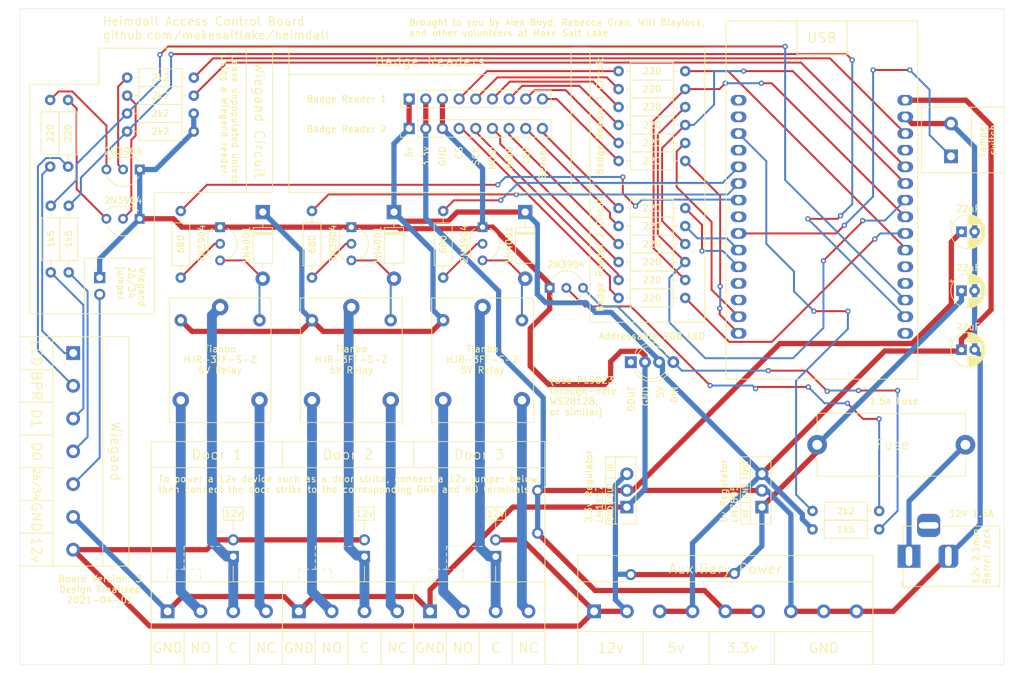
<source format=kicad_pcb>
(kicad_pcb (version 20241229) (generator "pcbnew") (generator_version "9.0")
  (layers (0 "F.Cu" signal) (2 "B.Cu" signal) (13 "F.Paste" user) (15 "B.Paste" user) (5 "F.SilkS" user "F.Silkscreen") (7 "B.SilkS" user "B.Silkscreen") (1 "F.Mask" user) (3 "B.Mask" user) (25 "Edge.Cuts" user))
  (net 0 "")
  (net 1 "Net-(D1-Pad2)")
  (net 2 "+5V")
  (net 3 "Net-(D2-Pad2)")
  (net 4 "Net-(D3-Pad2)")
  (net 5 "GND")
  (net 6 "Net-(Q1-Pad2)")
  (net 7 "Net-(Q2-Pad2)")
  (net 8 "Net-(Q3-Pad2)")
  (net 9 "Net-(Q4-Pad3)")
  (net 10 "Net-(Q4-Pad2)")
  (net 11 "Net-(Q5-Pad3)")
  (net 12 "Net-(Q5-Pad2)")
  (net 13 "Net-(J3-Pad9)")
  (net 14 "Net-(J3-Pad8)")
  (net 15 "Net-(J3-Pad7)")
  (net 16 "Net-(J3-Pad6)")
  (net 17 "Net-(J3-Pad5)")
  (net 18 "Net-(J3-Pad4)")
  (net 19 "+3V3")
  (net 20 "Net-(J5-Pad9)")
  (net 21 "Net-(J5-Pad8)")
  (net 22 "Net-(J5-Pad7)")
  (net 23 "Net-(J5-Pad6)")
  (net 24 "Net-(J5-Pad5)")
  (net 25 "Net-(J5-Pad4)")
  (net 26 "+12V")
  (net 27 "Net-(R1-Pad2)")
  (net 28 "Net-(R2-Pad1)")
  (net 29 "Net-(R10-Pad1)")
  (net 30 "Net-(R11-Pad1)")
  (net 31 "Net-(R12-Pad1)")
  (net 32 "Net-(R6-Pad2)")
  (net 33 "Net-(R7-Pad1)")
  (net 34 "Net-(R8-Pad1)")
  (net 35 "Net-(R9-Pad1)")
  (net 36 "Net-(R13-Pad1)")
  (net 37 "Net-(R14-Pad1)")
  (net 38 "Net-(R15-Pad2)")
  (net 39 "Net-(R16-Pad2)")
  (net 40 "Net-(J7-Pad3)")
  (net 41 "Net-(R17-Pad2)")
  (net 42 "Net-(J7-Pad4)")
  (net 43 "Net-(R18-Pad1)")
  (net 44 "Net-(J7-Pad1)")
  (net 45 "Net-(R20-Pad1)")
  (net 46 "Net-(J7-Pad2)")
  (net 47 "Net-(J1-Pad3)")
  (net 48 "Net-(U3-Pad28)")
  (net 49 "Net-(U3-Pad27)")
  (net 50 "Net-(U3-Pad23)")
  (net 51 "Net-(U3-Pad19)")
  (net 52 "Net-(U3-Pad17)")
  (net 53 "Net-(U3-Pad16)")
  (net 54 "Net-(U3-Pad12)")
  (net 55 "Net-(U3-Pad5)")
  (net 56 "Net-(U3-Pad4)")
  (net 57 "Net-(U3-Pad1)")
  (net 58 "/RELAY1_NO")
  (net 59 "/RELAY1_C")
  (net 60 "/RELAY1_NC")
  (net 61 "/12V_BEFORE_FUSE")
  (net 62 "/RELAY2_NO")
  (net 63 "/RELAY2_C")
  (net 64 "/RELAY2_NC")
  (net 65 "/RELAY3_NO")
  (net 66 "/RELAY3_C")
  (net 67 "/RELAY3_NC")
  (net 68 "Net-(J9-Pad1)")
  (net 69 "Net-(D4-Pad4)")
  (net 70 "Net-(D4-Pad1)")
  (net 71 "Net-(J7-Pad5)")
  (net 72 "Net-(Q6-Pad2)")
  (net 73 "Net-(R24-Pad1)")
  (footprint "Javawizard_Common_Footprints:JW_D_DO-41_SOD81_P10.16mm_Horizontal_Silkscreen_Part_Number_Only" (layer "F.Cu") (at 62 56 -90)
    (property "Reference" "D1")
    (property "Value" "1N4001")
  )
  (footprint "Javawizard_Common_Footprints:JW_D_DO-41_SOD81_P10.16mm_Horizontal_Silkscreen_Part_Number_Only" (layer "F.Cu") (at 82 56 -90)
    (property "Reference" "D2")
    (property "Value" "1N4001")
  )
  (footprint "Javawizard_Common_Footprints:JW_D_DO-41_SOD81_P10.16mm_Horizontal_Silkscreen_Part_Number_Only" (layer "F.Cu") (at 102 56 -90)
    (property "Reference" "D3")
    (property "Value" "1N4001")
  )
  (footprint "Javawizard_Common_Footprints:JW_TO-92_Inline_Wide_Silkscreen_Part_Number_Only" (layer "F.Cu") (at 55.5 58.3 -90)
    (property "Reference" "2N3904")
    (property "Value" "2N3904" (hide yes))
  )
  (footprint "Javawizard_Common_Footprints:JW_TO-92_Inline_Wide_Silkscreen_Part_Number_Only" (layer "F.Cu") (at 75.5 58.3 -90)
    (property "Reference" "2N3904")
    (property "Value" "2N3904" (hide yes))
  )
  (footprint "Connector_PinHeader_2.54mm:PinHeader_1x09_P2.54mm_Vertical" (layer "F.Cu") (at 84.305 38.75 90)
    (property "Reference" "J3")
    (property "Value" "Conn_01x09")
  )
  (footprint "Connector_PinHeader_2.54mm:PinHeader_1x09_P2.54mm_Vertical" (layer "F.Cu") (at 84.305 43.25 90)
    (property "Reference" "J5")
    (property "Value" "Conn_01x09")
  )
  (footprint "Package_TO_SOT_THT:TO-220-3_Vertical" (layer "F.Cu") (at 117.5 101 90)
    (property "Reference" "U1")
    (property "Value" "LM1117-3.3")
  )
  (footprint "Package_TO_SOT_THT:TO-220-3_Vertical" (layer "F.Cu") (at 138.08 101 90)
    (property "Reference" "U2")
    (property "Value" "L7805")
  )
  (footprint "Javawizard_Common_Footprints:JW_R_Axial_DIN0207_L6.3mm_D2.5mm_P10.16mm_Horizontal_SIlkscreen_Value_Only" (layer "F.Cu") (at 49.5 66 90)
    (property "Reference" "R1")
    (property "Value" "680")
  )
  (footprint "Javawizard_Common_Footprints:JW_R_Axial_DIN0207_L6.3mm_D2.5mm_P10.16mm_Horizontal_SIlkscreen_Value_Only" (layer "F.Cu") (at 126.39 34.5 180)
    (property "Reference" "R2")
    (property "Value" "220")
  )
  (footprint "Javawizard_Common_Footprints:JW_R_Axial_DIN0207_L6.3mm_D2.5mm_P10.16mm_Horizontal_SIlkscreen_Value_Only" (layer "F.Cu") (at 126.39 37.24 180)
    (property "Reference" "R3")
    (property "Value" "220")
  )
  (footprint "Javawizard_Common_Footprints:JW_R_Axial_DIN0207_L6.3mm_D2.5mm_P10.16mm_Horizontal_SIlkscreen_Value_Only" (layer "F.Cu") (at 126.39 39.98 180)
    (property "Reference" "R4")
    (property "Value" "220")
  )
  (footprint "Javawizard_Common_Footprints:JW_R_Axial_DIN0207_L6.3mm_D2.5mm_P10.16mm_Horizontal_SIlkscreen_Value_Only" (layer "F.Cu") (at 126.39 42.72 180)
    (property "Reference" "R5")
    (property "Value" "220")
  )
  (footprint "Javawizard_Common_Footprints:JW_R_Axial_DIN0207_L6.3mm_D2.5mm_P10.16mm_Horizontal_SIlkscreen_Value_Only" (layer "F.Cu") (at 69.5 66 90)
    (property "Reference" "R6")
    (property "Value" "680")
  )
  (footprint "Javawizard_Common_Footprints:JW_R_Axial_DIN0207_L6.3mm_D2.5mm_P10.16mm_Horizontal_SIlkscreen_Value_Only" (layer "F.Cu") (at 126.39 45.46 180)
    (property "Reference" "R7")
    (property "Value" "220")
  )
  (footprint "Javawizard_Common_Footprints:JW_R_Axial_DIN0207_L6.3mm_D2.5mm_P10.16mm_Horizontal_SIlkscreen_Value_Only" (layer "F.Cu") (at 126.39 48.2 180)
    (property "Reference" "R8")
    (property "Value" "220")
  )
  (footprint "Javawizard_Common_Footprints:JW_R_Axial_DIN0207_L6.3mm_D2.5mm_P10.16mm_Horizontal_SIlkscreen_Value_Only" (layer "F.Cu") (at 126.39 69.1 180)
    (property "Reference" "R9")
    (property "Value" "220")
  )
  (footprint "Javawizard_Common_Footprints:JW_R_Axial_DIN0207_L6.3mm_D2.5mm_P10.16mm_Horizontal_SIlkscreen_Value_Only" (layer "F.Cu") (at 126.39 66.36 180)
    (property "Reference" "R10")
    (property "Value" "220")
  )
  (footprint "Javawizard_Common_Footprints:JW_R_Axial_DIN0207_L6.3mm_D2.5mm_P10.16mm_Horizontal_SIlkscreen_Value_Only" (layer "F.Cu") (at 126.39 63.62 180)
    (property "Reference" "R11")
    (property "Value" "220")
  )
  (footprint "Javawizard_Common_Footprints:JW_R_Axial_DIN0207_L6.3mm_D2.5mm_P10.16mm_Horizontal_SIlkscreen_Value_Only" (layer "F.Cu") (at 126.39 60.88 180)
    (property "Reference" "R12")
    (property "Value" "220")
  )
  (footprint "Javawizard_Common_Footprints:JW_R_Axial_DIN0207_L6.3mm_D2.5mm_P10.16mm_Horizontal_SIlkscreen_Value_Only" (layer "F.Cu") (at 126.39 58.14 180)
    (property "Reference" "R13")
    (property "Value" "220")
  )
  (footprint "Javawizard_Common_Footprints:JW_R_Axial_DIN0207_L6.3mm_D2.5mm_P10.16mm_Horizontal_SIlkscreen_Value_Only" (layer "F.Cu") (at 126.39 55.4 180)
    (property "Reference" "R14")
    (property "Value" "220")
  )
  (footprint "Javawizard_Common_Footprints:JW_R_Axial_DIN0207_L6.3mm_D2.5mm_P10.16mm_Horizontal_SIlkscreen_Value_Only" (layer "F.Cu") (at 89.5 66 90)
    (property "Reference" "R15")
    (property "Value" "680")
  )
  (footprint "Javawizard_Common_Footprints:JW_R_Axial_DIN0207_L6.3mm_D2.5mm_P10.16mm_Horizontal_SIlkscreen_Value_Only" (layer "F.Cu") (at 32.42 65.2 90)
    (property "Reference" "R17")
    (property "Value" "1k5")
  )
  (footprint "Javawizard_Common_Footprints:JW_R_Axial_DIN0207_L6.3mm_D2.5mm_P10.16mm_Horizontal_SIlkscreen_Value_Only" (layer "F.Cu") (at 51.49 35.49 180)
    (property "Reference" "R18")
    (property "Value" "2k2")
  )
  (footprint "Javawizard_Common_Footprints:JW_R_Axial_DIN0207_L6.3mm_D2.5mm_P10.16mm_Horizontal_SIlkscreen_Value_Only" (layer "F.Cu") (at 29.59 49.06 90)
    (property "Reference" "R19")
    (property "Value" "220")
  )
  (footprint "Javawizard_Common_Footprints:JW_R_Axial_DIN0207_L6.3mm_D2.5mm_P10.16mm_Horizontal_SIlkscreen_Value_Only" (layer "F.Cu") (at 51.49 38.24 180)
    (property "Reference" "R20")
    (property "Value" "2k2")
  )
  (footprint "Javawizard_Common_Footprints:JW_R_Axial_DIN0207_L6.3mm_D2.5mm_P10.16mm_Horizontal_SIlkscreen_Value_Only" (layer "F.Cu") (at 32.33 49.06 90)
    (property "Reference" "R21")
    (property "Value" "220")
  )
  (footprint "Capacitor_THT:CP_Radial_D5.0mm_P2.00mm" (layer "F.Cu") (at 168.5 59)
    (property "Reference" "C1")
    (property "Value" "22uF")
  )
  (footprint "Capacitor_THT:CP_Radial_D5.0mm_P2.00mm" (layer "F.Cu") (at 168.5 68)
    (property "Reference" "C2")
    (property "Value" "22uF")
  )
  (footprint "Capacitor_THT:CP_Radial_D5.0mm_P2.00mm" (layer "F.Cu") (at 168.5 77)
    (property "Reference" "C3")
    (property "Value" "22uF")
  )
  (footprint "Fuse:Fuseholder_Cylinder-5x20mm_Stelvio-Kontek_PTF78_Horizontal_Open" (layer "F.Cu") (at 146.5 91.5)
    (property "Reference" "F1")
    (property "Value" "Fuse")
  )
  (footprint "Connector_BarrelJack:BarrelJack_Horizontal" (layer "F.Cu") (at 160.5 108.5 180)
    (property "Reference" "J1")
    (property "Value" "Barrel_Jack_Switch")
  )
  (footprint "Javawizard_Common_Footprints:PinHeader_JW_1x07_P5.00mm_Vertical" (layer "F.Cu") (at 33.1 77.5)
    (property "Reference" "J7")
    (property "Value" "Screw_Terminal_01x06")
  )
  (footprint "Javawizard_Common_Footprints:PinHeader_JW_1x09_P5.00mm_Vertical" (layer "F.Cu") (at 112.5 116.9 90)
    (property "Reference" "J8")
    (property "Value" "Screw_Terminal_01x09")
  )
  (footprint "Javawizard_Common_Footprints:JW_Relay_Tianbo_HJR_3FF" (layer "F.Cu") (at 55.5 70.5)
    (property "Reference" "K1")
    (property "Value" "Relay_HJR-3FF-S-Z-5VDC")
  )
  (footprint "Javawizard_Common_Footprints:JW_Relay_Tianbo_HJR_3FF" (layer "F.Cu") (at 75.5 70.5)
    (property "Reference" "K2")
    (property "Value" "Relay_HJR-3FF-S-Z-5VDC")
  )
  (footprint "Javawizard_Common_Footprints:JW_Relay_Tianbo_HJR_3FF" (layer "F.Cu") (at 95.5 70.5)
    (property "Reference" "K3")
    (property "Value" "Relay_HJR-3FF-S-Z-5VDC")
  )
  (footprint "Javawizard_Common_Footprints:JW_ESP32_DevKit_30Pin" (layer "F.Cu") (at 147.23 74.5 180)
    (property "Reference" "U3")
    (property "Value" "ESP32_Dev_Board_30Pin")
  )
  (footprint "MountingHole:MountingHole_4.5mm" (layer "F.Cu") (at 30 30)
    (property "Reference" "REF**")
    (property "Value" "MountingHole_4.5mm")
  )
  (footprint "MountingHole:MountingHole_4.5mm" (layer "F.Cu") (at 170 30)
    (property "Reference" "REF**")
    (property "Value" "MountingHole_4.5mm")
  )
  (footprint "MountingHole:MountingHole_4.5mm" (layer "F.Cu") (at 170 120)
    (property "Reference" "REF**")
    (property "Value" "MountingHole_4.5mm")
  )
  (footprint "MountingHole:MountingHole_4.5mm" (layer "F.Cu") (at 30 120)
    (property "Reference" "REF**")
    (property "Value" "MountingHole_4.5mm")
  )
  (footprint "Javawizard_Common_Footprints:PinHeader_JW_1x04_P5.00mm_Vertical" (layer "F.Cu") (at 67.5 116.9 90)
    (property "Reference" "J4")
    (property "Value" "Screw_Terminal_01x04")
  )
  (footprint "Javawizard_Common_Footprints:PinHeader_JW_1x04_P5.00mm_Vertical" (layer "F.Cu") (at 87.5 116.9 90)
    (property "Reference" "J6")
    (property "Value" "Screw_Terminal_01x04")
  )
  (footprint "Javawizard_Common_Footprints:PinHeader_JW_1x02_P2.54mm_Vertical_Without_Silkscreen" (layer "F.Cu") (at 77.5 108.54 180)
    (property "Reference" "JP2")
    (property "Value" "Jumper")
  )
  (footprint "Javawizard_Common_Footprints:PinHeader_JW_1x02_P2.54mm_Vertical_Without_Silkscreen" (layer "F.Cu") (at 57.5 108.54 180)
    (property "Reference" "JP1")
    (property "Value" "Jumper")
  )
  (footprint "Javawizard_Common_Footprints:PinHeader_JW_1x02_P2.54mm_Vertical_Without_Silkscreen" (layer "F.Cu") (at 97.5 108.54 180)
    (property "Reference" "JP3")
    (property "Value" "Jumper")
  )
  (footprint "Javawizard_Common_Footprints:PinHeader_JW_1x02_P5.00mm_Vertical" (layer "F.Cu") (at 166.9 47.5 180)
    (property "Reference" "J9")
    (property "Value" "Screw_Terminal_01x02")
  )
  (footprint "MountingHole:MountingHole_4.5mm" (layer "F.Cu") (at 108.5 76)
    (property "Reference" "REF**")
    (property "Value" "MountingHole_4.5mm")
  )
  (footprint "Javawizard_Common_Footprints:JW_R_Axial_DIN0207_L6.3mm_D2.5mm_P10.16mm_Horizontal_SIlkscreen_Value_Only" (layer "F.Cu") (at 29.68 65.2 90)
    (property "Reference" "R16")
    (property "Value" "1k5")
  )
  (footprint "Javawizard_Common_Footprints:JW_R_Axial_DIN0207_L6.3mm_D2.5mm_P10.16mm_Horizontal_SIlkscreen_Value_Only" (layer "F.Cu") (at 41.32 43.71)
    (property "Reference" "R23")
    (property "Value" "2k2")
  )
  (footprint "LED_THT:LED_D5.0mm-4_RGB_Wide_Pins" (layer "F.Cu") (at 118.1 78.89)
    (property "Reference" "Addressable RGB LED")
    (property "Value" "NeoPixel_THT")
  )
  (footprint "Javawizard_Common_Footprints:PinHeader_JW_1x02_P2.54mm_Vertical_Without_Silkscreen" (layer "F.Cu") (at 37.14 66.01)
    (property "Reference" "JP4" (hide yes))
    (property "Value" "Jumper")
  )
  (footprint "Javawizard_Common_Footprints:PinHeader_JW_1x04_P5.00mm_Vertical" (layer "F.Cu") (at 47.5 116.9 90)
    (property "Reference" "J2")
    (property "Value" "Screw_Terminal_01x04")
  )
  (footprint "Javawizard_Common_Footprints:JW_TO-92_Inline_Wide_Silkscreen_Part_Number_Only" (layer "F.Cu") (at 95.5 58.3 -90)
    (property "Reference" "2N3904")
    (property "Value" "2N3904" (hide yes))
  )
  (footprint "Javawizard_Common_Footprints:JW_TO-92_Inline_Wide_Silkscreen_Part_Number_Only" (layer "F.Cu") (at 43.24 57.02 180)
    (property "Reference" "2N3904")
    (property "Value" "2N3904" (hide yes))
  )
  (footprint "Javawizard_Common_Footprints:JW_TO-92_Inline_Wide_Silkscreen_Part_Number_Only" (layer "F.Cu") (at 43.25 49.51 180)
    (property "Reference" "2N3904")
    (property "Value" "2N3904" (hide yes))
  )
  (footprint "Javawizard_Common_Footprints:JW_R_Axial_DIN0207_L6.3mm_D2.5mm_P10.16mm_Horizontal_SIlkscreen_Value_Only" (layer "F.Cu") (at 41.32 40.97)
    (property "Reference" "R22")
    (property "Value" "2k2")
  )
  (footprint "Package_TO_SOT_THT:TO-92_Inline_Wide" (layer "F.Cu") (at 105.73 67.57)
    (property "Reference" "2N3904")
    (property "Value" "2N3904")
  )
  (footprint "Javawizard_Common_Footprints:JW_R_Axial_DIN0207_L6.3mm_D2.5mm_P10.16mm_Horizontal_SIlkscreen_Value_Only" (layer "F.Cu") (at 145.796 101.6)
    (property "Reference" "R24")
    (property "Value" "2k2")
  )
  (footprint "Javawizard_Common_Footprints:JW_R_Axial_DIN0207_L6.3mm_D2.5mm_P10.16mm_Horizontal_SIlkscreen_Value_Only" (layer "F.Cu") (at 145.796 104.394)
    (property "Reference" "R25")
    (property "Value" "1k5")
  )
  (gr_line (start 105 120) (end 105 125) (stroke (width 0.12)) (layer "F.SilkS"))
  (gr_line (start 52 107) (end 52.5 107) (stroke (width 0.12)) (layer "F.SilkS"))
  (gr_line (start 47.5 111) (end 47.5 110.5) (stroke (width 0.12)) (layer "F.SilkS"))
  (gr_line (start 92.5 111) (end 92.5 110.5) (stroke (width 0.12)) (layer "F.SilkS"))
  (gr_line (start 92.5 110.5) (end 92 110.5) (stroke (width 0.12)) (layer "F.SilkS"))
  (gr_line (start 89.5 110.5) (end 90.5 110.5) (stroke (width 0.12)) (layer "F.SilkS"))
  (gr_line (start 90 109.5) (end 90 109) (stroke (width 0.12)) (layer "F.SilkS"))
  (gr_line (start 71.5 110.5) (end 71 110.5) (stroke (width 0.12)) (layer "F.SilkS"))
  (gr_line (start 97.5 110) (end 97.5 112.4) (stroke (width 0.12)) (layer "F.SilkS"))
  (gr_line (start 57.5 110) (end 57.5 112.4) (stroke (width 0.12)) (layer "F.SilkS"))
  (gr_line (start 77.5 110) (end 77.5 112.4) (stroke (width 0.12)) (layer "F.SilkS"))
  (gr_line (start 47.5 112) (end 47.5 111.5) (stroke (width 0.12)) (layer "F.SilkS"))
  (gr_line (start 105 91) (end 45 91) (stroke (width 0.12)) (layer "F.SilkS"))
  (gr_line (start 47.5 110.5) (end 48 110.5) (stroke (width 0.12)) (layer "F.SilkS"))
  (gr_line (start 54 107) (end 54.5 107) (stroke (width 0.12)) (layer "F.SilkS"))
  (gr_line (start 93 107) (end 93.5 107) (stroke (width 0.12)) (layer "F.SilkS"))
  (gr_line (start 51.5 110.5) (end 51 110.5) (stroke (width 0.12)) (layer "F.SilkS"))
  (gr_line (start 99 103) (end 99 101) (stroke (width 0.12)) (layer "F.SilkS"))
  (gr_line (start 85 95) (end 85 91) (stroke (width 0.12)) (layer "F.SilkS"))
  (gr_line (start 90 110.5) (end 90 110) (stroke (width 0.12)) (layer "F.SilkS"))
  (gr_line (start 52.5 110.5) (end 52 110.5) (stroke (width 0.12)) (layer "F.SilkS"))
  (gr_line (start 96 101) (end 96 103) (stroke (width 0.12)) (layer "F.SilkS"))
  (gr_line (start 105 95) (end 105 115) (stroke (width 0.12)) (layer "F.SilkS"))
  (gr_line (start 87.5 112) (end 87.5 111.5) (stroke (width 0.12)) (layer "F.SilkS"))
  (gr_line (start 87.5 110.5) (end 88 110.5) (stroke (width 0.12)) (layer "F.SilkS"))
  (gr_line (start 94 107) (end 94.5 107) (stroke (width 0.12)) (layer "F.SilkS"))
  (gr_line (start 91.5 110.5) (end 91 110.5) (stroke (width 0.12)) (layer "F.SilkS"))
  (gr_line (start 49.5 110.5) (end 50.5 110.5) (stroke (width 0.12)) (layer "F.SilkS"))
  (gr_line (start 92 107) (end 92.5 107) (stroke (width 0.12)) (layer "F.SilkS"))
  (gr_line (start 87.5 111) (end 87.5 110.5) (stroke (width 0.12)) (layer "F.SilkS"))
  (gr_line (start 92.5 112) (end 92.5 111.5) (stroke (width 0.12)) (layer "F.SilkS"))
  (gr_line (start 57.5 103) (end 57.5 104.5) (stroke (width 0.12)) (layer "F.SilkS"))
  (gr_line (start 96 103) (end 97.5 103) (stroke (width 0.12)) (layer "F.SilkS"))
  (gr_line (start 97.5 103) (end 99 103) (stroke (width 0.12)) (layer "F.SilkS"))
  (gr_line (start 50 109.5) (end 50 109) (stroke (width 0.12)) (layer "F.SilkS"))
  (gr_line (start 59 103) (end 59 101) (stroke (width 0.12)) (layer "F.SilkS"))
  (gr_line (start 99 101) (end 96 101) (stroke (width 0.12)) (layer "F.SilkS"))
  (gr_line (start 45 95) (end 105 95) (stroke (width 0.12)) (layer "F.SilkS"))
  (gr_line (start 95 107) (end 95.5 107) (stroke (width 0.12)) (layer "F.SilkS"))
  (gr_line (start 88.5 110.5) (end 89 110.5) (stroke (width 0.12)) (layer "F.SilkS"))
  (gr_line (start 91 107) (end 91.5 107) (stroke (width 0.12)) (layer "F.SilkS"))
  (gr_line (start 57.5 103) (end 59 103) (stroke (width 0.12)) (layer "F.SilkS"))
  (gr_line (start 50 110.5) (end 50 110) (stroke (width 0.12)) (layer "F.SilkS"))
  (gr_line (start 56 103) (end 57.5 103) (stroke (width 0.12)) (layer "F.SilkS"))
  (gr_line (start 70 109.5) (end 70 109) (stroke (width 0.12)) (layer "F.SilkS"))
  (gr_line (start 70 110.5) (end 70 110) (stroke (width 0.12)) (layer "F.SilkS"))
  (gr_line (start 72 107) (end 72.5 107) (stroke (width 0.12)) (layer "F.SilkS"))
  (gr_line (start 67.5 111) (end 67.5 110.5) (stroke (width 0.12)) (layer "F.SilkS"))
  (gr_line (start 67.5 112) (end 67.5 111.5) (stroke (width 0.12)) (layer "F.SilkS"))
  (gr_line (start 67.5 110.5) (end 68 110.5) (stroke (width 0.12)) (layer "F.SilkS"))
  (gr_line (start 50 107.5) (end 50 107) (stroke (width 0.12)) (layer "F.SilkS"))
  (gr_line (start 65 95) (end 65 91) (stroke (width 0.12)) (layer "F.SilkS"))
  (gr_line (start 90 108.5) (end 90 108) (stroke (width 0.12)) (layer "F.SilkS"))
  (gr_line (start 105 95) (end 105 91) (stroke (width 0.12)) (layer "F.SilkS"))
  (gr_line (start 90 107.5) (end 90 107) (stroke (width 0.12)) (layer "F.SilkS"))
  (gr_line (start 90 107) (end 90.5 107) (stroke (width 0.12)) (layer "F.SilkS"))
  (gr_line (start 70 107.5) (end 70 107) (stroke (width 0.12)) (layer "F.SilkS"))
  (gr_line (start 97.5 103) (end 97.5 104.5) (stroke (width 0.12)) (layer "F.SilkS"))
  (gr_line (start 76 101) (end 76 103) (stroke (width 0.12)) (layer "F.SilkS"))
  (gr_line (start 77.5 103) (end 77.5 104.5) (stroke (width 0.12)) (layer "F.SilkS"))
  (gr_line (start 79 103) (end 79 101) (stroke (width 0.12)) (layer "F.SilkS"))
  (gr_line (start 77.5 103) (end 79 103) (stroke (width 0.12)) (layer "F.SilkS"))
  (gr_line (start 45 91) (end 45 95) (stroke (width 0.12)) (layer "F.SilkS"))
  (gr_line (start 72.5 110.5) (end 72 110.5) (stroke (width 0.12)) (layer "F.SilkS"))
  (gr_line (start 69.5 110.5) (end 70.5 110.5) (stroke (width 0.12)) (layer "F.SilkS"))
  (gr_line (start 76 103) (end 77.5 103) (stroke (width 0.12)) (layer "F.SilkS"))
  (gr_line (start 79 101) (end 76 101) (stroke (width 0.12)) (layer "F.SilkS"))
  (gr_line (start 45 115) (end 45 95) (stroke (width 0.12)) (layer "F.SilkS"))
  (gr_line (start 50 107) (end 50.5 107) (stroke (width 0.12)) (layer "F.SilkS"))
  (gr_line (start 74 107) (end 74.5 107) (stroke (width 0.12)) (layer "F.SilkS"))
  (gr_line (start 55 107) (end 55.5 107) (stroke (width 0.12)) (layer "F.SilkS"))
  (gr_line (start 48.5 110.5) (end 49 110.5) (stroke (width 0.12)) (layer "F.SilkS"))
  (gr_line (start 70 107) (end 70.5 107) (stroke (width 0.12)) (layer "F.SilkS"))
  (gr_line (start 68.5 110.5) (end 69 110.5) (stroke (width 0.12)) (layer "F.SilkS"))
  (gr_line (start 75 107) (end 75.5 107) (stroke (width 0.12)) (layer "F.SilkS"))
  (gr_line (start 70 108.5) (end 70 108) (stroke (width 0.12)) (layer "F.SilkS"))
  (gr_line (start 72.5 111) (end 72.5 110.5) (stroke (width 0.12)) (layer "F.SilkS"))
  (gr_line (start 71 107) (end 71.5 107) (stroke (width 0.12)) (layer "F.SilkS"))
  (gr_line (start 73 107) (end 73.5 107) (stroke (width 0.12)) (layer "F.SilkS"))
  (gr_line (start 72.5 112) (end 72.5 111.5) (stroke (width 0.12)) (layer "F.SilkS"))
  (gr_line (start 53 107) (end 53.5 107) (stroke (width 0.12)) (layer "F.SilkS"))
  (gr_line (start 50 108.5) (end 50 108) (stroke (width 0.12)) (layer "F.SilkS"))
  (gr_line (start 51 107) (end 51.5 107) (stroke (width 0.12)) (layer "F.SilkS"))
  (gr_line (start 52.5 111) (end 52.5 110.5) (stroke (width 0.12)) (layer "F.SilkS"))
  (gr_line (start 59 101) (end 56 101) (stroke (width 0.12)) (layer "F.SilkS"))
  (gr_line (start 52.5 112) (end 52.5 111.5) (stroke (width 0.12)) (layer "F.SilkS"))
  (gr_line (start 56 101) (end 56 103) (stroke (width 0.12)) (layer "F.SilkS"))
  (gr_line (start 155 120) (end 155 125) (stroke (width 0.12)) (layer "F.SilkS"))
  (gr_line (start 66 53) (end 109 53) (stroke (width 0.12)) (layer "F.SilkS"))
  (gr_line (start 66 31) (end 66 35) (stroke (width 0.12)) (layer "F.SilkS"))
  (gr_line (start 129.37 72.8) (end 111.88 72.8) (stroke (width 0.12)) (layer "F.SilkS"))
  (gr_line (start 129.38 31) (end 129.38 61.5) (stroke (width 0.12)) (layer "F.SilkS"))
  (gr_line (start 111.88 61.5) (end 111.88 31) (stroke (width 0.12)) (layer "F.SilkS"))
  (gr_line (start 111.88 31) (end 129.38 31) (stroke (width 0.12)) (layer "F.SilkS"))
  (gr_line (start 30 100) (end 25 100) (stroke (width 0.12)) (layer "F.SilkS"))
  (gr_line (start 109 35) (end 109 31) (stroke (width 0.12)) (layer "F.SilkS"))
  (gr_line (start 30 95) (end 25 95) (stroke (width 0.12)) (layer "F.SilkS"))
  (gr_line (start 45.5 53) (end 63.5 53) (stroke (width 0.12)) (layer "F.SilkS"))
  (gr_line (start 59.5 31) (end 59.5 53) (stroke (width 0.12)) (layer "F.SilkS"))
  (gr_line (start 30 80) (end 25 80) (stroke (width 0.12)) (layer "F.SilkS"))
  (gr_line (start 170 50) (end 175 50) (stroke (width 0.12)) (layer "F.SilkS"))
  (gr_line (start 110 112.4) (end 110 108.4) (stroke (width 0.12)) (layer "F.SilkS"))
  (gr_line (start 30 85) (end 25 85) (stroke (width 0.12)) (layer "F.SilkS"))
  (gr_line (start 37.6 75) (end 41.6 75) (stroke (width 0.12)) (layer "F.SilkS"))
  (gr_line (start 109 35) (end 66 35) (stroke (width 0.12)) (layer "F.SilkS"))
  (gr_line (start 45.5 71.5) (end 45.5 53) (stroke (width 0.12)) (layer "F.SilkS"))
  (gr_line (start 95 120) (end 95 125) (stroke (width 0.12)) (layer "F.SilkS"))
  (gr_line (start 60 120) (end 60 125) (stroke (width 0.12)) (layer "F.SilkS"))
  (gr_line (start 66 35) (end 66 53) (stroke (width 0.12)) (layer "F.SilkS"))
  (gr_line (start 111.88 72.8) (end 111.88 61.5) (stroke (width 0.12)) (layer "F.SilkS"))
  (gr_line (start 37 36.5) (end 26.5 36.5) (stroke (width 0.12)) (layer "F.SilkS"))
  (gr_line (start 37 31) (end 63.5 31) (stroke (width 0.12)) (layer "F.SilkS"))
  (gr_line (start 110 108.4) (end 155 108.4) (stroke (width 0.12)) (layer "F.SilkS"))
  (gr_line (start 109 53) (end 109 35) (stroke (width 0.12)) (layer "F.SilkS"))
  (gr_line (start 80 120) (end 80 125) (stroke (width 0.12)) (layer "F.SilkS"))
  (gr_line (start 30 75) (end 25 75) (stroke (width 0.12)) (layer "F.SilkS"))
  (gr_line (start 37 31) (end 37 36.5) (stroke (width 0.12)) (layer "F.SilkS"))
  (gr_line (start 155 108.4) (end 155 112.4) (stroke (width 0.12)) (layer "F.SilkS"))
  (gr_line (start 34.84 63.03) (end 45.5 63.03) (stroke (width 0.12)) (layer "F.SilkS"))
  (gr_line (start 120 120) (end 120 125) (stroke (width 0.12)) (layer "F.SilkS"))
  (gr_line (start 30 90) (end 25 90) (stroke (width 0.12)) (layer "F.SilkS"))
  (gr_line (start 140 120) (end 140 125) (stroke (width 0.12)) (layer "F.SilkS"))
  (gr_line (start 34.84 71.5) (end 34.84 63.03) (stroke (width 0.12)) (layer "F.SilkS"))
  (gr_line (start 100 120) (end 100 125) (stroke (width 0.12)) (layer "F.SilkS"))
  (gr_line (start 63.5 53) (end 63.5 31) (stroke (width 0.12)) (layer "F.SilkS"))
  (gr_line (start 170 40) (end 175 40) (stroke (width 0.12)) (layer "F.SilkS"))
  (gr_line (start 130 120) (end 130 125) (stroke (width 0.12)) (layer "F.SilkS"))
  (gr_line (start 41.6 75) (end 41.6 110) (stroke (width 0.12)) (layer "F.SilkS"))
  (gr_line (start 90 120) (end 90 125) (stroke (width 0.12)) (layer "F.SilkS"))
  (gr_line (start 55 120) (end 55 125) (stroke (width 0.12)) (layer "F.SilkS"))
  (gr_line (start 129.38 61.5) (end 129.38 72.8) (stroke (width 0.12)) (layer "F.SilkS"))
  (gr_line (start 26.5 36.5) (end 26.5 71.5) (stroke (width 0.12)) (layer "F.SilkS"))
  (gr_line (start 30 105) (end 25 105) (stroke (width 0.12)) (layer "F.SilkS"))
  (gr_line (start 30 110) (end 25 110) (stroke (width 0.12)) (layer "F.SilkS"))
  (gr_line (start 110 120) (end 110 125) (stroke (width 0.12)) (layer "F.SilkS"))
  (gr_line (start 26.5 71.5) (end 45.5 71.5) (stroke (width 0.12)) (layer "F.SilkS"))
  (gr_line (start 111.87 51.8) (end 129.37 51.8) (stroke (width 0.12)) (layer "F.SilkS"))
  (gr_line (start 109 31) (end 66 31) (stroke (width 0.12)) (layer "F.SilkS"))
  (gr_line (start 50 120) (end 50 125) (stroke (width 0.12)) (layer "F.SilkS"))
  (gr_line (start 65 120) (end 65 125) (stroke (width 0.12)) (layer "F.SilkS"))
  (gr_line (start 45 120) (end 45 125) (stroke (width 0.12)) (layer "F.SilkS"))
  (gr_line (start 41.6 110) (end 37.6 110) (stroke (width 0.12)) (layer "F.SilkS"))
  (gr_line (start 70 120) (end 70 125) (stroke (width 0.12)) (layer "F.SilkS"))
  (gr_line (start 75 120) (end 75 125) (stroke (width 0.12)) (layer "F.SilkS"))
  (gr_line (start 85 120) (end 85 125) (stroke (width 0.12)) (layer "F.SilkS"))
  (gr_line (start 175 125) (end 175 25) (stroke (width 0.05)) (layer "Edge.Cuts"))
  (gr_line (start 25 25) (end 25 125) (stroke (width 0.05)) (layer "Edge.Cuts"))
  (gr_line (start 25 125) (end 175 125) (stroke (width 0.05)) (layer "Edge.Cuts"))
  (gr_line (start 175 25) (end 25 25) (stroke (width 0.05)) (layer "Edge.Cuts"))
  (gr_text "12v" (at 57.5 102 0) (layer "F.SilkS") (effects (font (size 1 1))))
  (gr_text "12v" (at 97.5 102 0) (layer "F.SilkS") (effects (font (size 1 1))))
  (gr_text "12v" (at 77.5 102 0) (layer "F.SilkS") (effects (font (size 1 1))))
  (gr_text "To power a 12v device such as a door strike, connect a 12v jumper below,\nthen connect the door strike to the corresponding GND and NO terminals." (at 46 97.5 0) (layer "F.SilkS") (effects (font (size 1 1)) (justify left)))
  (gr_text "NC" (at 62.5 122.5 0) (layer "F.SilkS") (effects (font (size 1.5 1.5))))
  (gr_text "Door 1" (at 55 93 0) (layer "F.SilkS") (effects (font (size 1.5 1.5))))
  (gr_text "Door 3" (at 95 93 0) (layer "F.SilkS") (effects (font (size 1.5 1.5))))
  (gr_text "Door 2" (at 75 93 0) (layer "F.SilkS") (effects (font (size 1.5 1.5))))
  (gr_text "NO" (at 92.5 122.5 0) (layer "F.SilkS") (effects (font (size 1.5 1.5))))
  (gr_text "GND" (at 47.5 122.5 0) (layer "F.SilkS") (effects (font (size 1.5 1.5))))
  (gr_text "NC" (at 82.5 122.5 0) (layer "F.SilkS") (effects (font (size 1.5 1.5))))
  (gr_text "C" (at 97.5 122.5 0) (layer "F.SilkS") (effects (font (size 1.5 1.5))))
  (gr_text "GND" (at 67.5 122.5 0) (layer "F.SilkS") (effects (font (size 1.5 1.5))))
  (gr_text "GND" (at 87.5 122.5 0) (layer "F.SilkS") (effects (font (size 1.5 1.5))))
  (gr_text "C" (at 77.5 122.5 0) (layer "F.SilkS") (effects (font (size 1.5 1.5))))
  (gr_text "NC" (at 102.5 122.5 0) (layer "F.SilkS") (effects (font (size 1.5 1.5))))
  (gr_text "C" (at 57.5 122.5 0) (layer "F.SilkS") (effects (font (size 1.5 1.5))))
  (gr_text "NO" (at 72.5 122.5 0) (layer "F.SilkS") (effects (font (size 1.5 1.5))))
  (gr_text "NO" (at 52.5 122.5 0) (layer "F.SilkS") (effects (font (size 1.5 1.5))))
  (gr_text "12v" (at 115 122.5 0) (layer "F.SilkS") (effects (font (size 1.5 1.5))))
  (gr_text "GND" (at 147.5 122.5 0) (layer "F.SilkS") (effects (font (size 1.5 1.5))))
  (gr_text "LED" (at 27.5 77.5 270) (layer "F.SilkS") (effects (font (size 1.5 1.5))))
  (gr_text "22uF" (at 169.5 73.5 0) (layer "F.SilkS") (effects (font (size 1 1))))
  (gr_text "Beeper" (at 104.625 45.87 90) (layer "F.SilkS") (effects (font (size 1 1)) (justify right)))
  (gr_text "Badge Reader 1 Circuit" (at 113.37 41.38 90) (layer "F.SilkS") (effects (font (size 1 1))))
  (gr_text "Tianbo\nHJR-3FF-S-Z\n5V Relay" (at 95.5 78.5 0) (layer "F.SilkS") (effects (font (size 1 1))))
  (gr_text "26/34" (at 27.5 97.5 -90) (layer "F.SilkS") (effects (font (size 1 1))))
  (gr_text "12V 1.5A" (at 166.54 102.01 0) (layer "F.SilkS") (effects (font (size 1 1)) (justify left)))
  (gr_text "1.5A Fuse" (at 154.44 84.83 0) (layer "F.SilkS") (effects (font (size 1 1)) (justify left)))
  (gr_text "Wiegand\n26/34\njumper" (at 41.99 64.24 -90) (layer "F.SilkS") (effects (font (size 1 1)) (justify left)))
  (gr_text "Brought to you by Alex Boyd, Rebecca Cran, Will Blaylock,\nand other volunteers at Make Salt Lake" (at 84.22 27.88 0) (layer "F.SilkS") (effects (font (size 1 1)) (justify left)))
  (gr_text "DIN" (at 124.785 82.48 90) (layer "F.SilkS") (effects (font (size 1 1)) (justify right)))
  (gr_text "5V" (at 122.585 82.48 90) (layer "F.SilkS") (effects (font (size 1 1)) (justify right)))
  (gr_text "GND" (at 120.385 82.48 90) (layer "F.SilkS") (effects (font (size 1 1)) (justify right)))
  (gr_text "DOUT" (at 118.185 82.48 90) (layer "F.SilkS") (effects (font (size 1 1)) (justify right)))
  (gr_text "(Use PL9823,\nthrough-hole\nWS2812B,\nor similar)" (at 105.664 84.074 0) (layer "F.SilkS") (effects (font (size 1 1)) (justify left)))
  (gr_text "Badge Reader 2" (at 74.78 43.33 0) (layer "F.SilkS") (effects (font (size 1 1))))
  (gr_text "IN" (at 135.58 102 90) (layer "F.SilkS") (effects (font (size 0.8 0.8))))
  (gr_text "Tamper\nswitch" (at 172.5 45 90) (layer "F.SilkS") (effects (font (size 1 1))))
  (gr_text "D1" (at 27.5 87.5 270) (layer "F.SilkS") (effects (font (size 1.5 1.5))))
  (gr_text "GND" (at 135.58 98.5 90) (layer "F.SilkS") (effects (font (size 0.8 0.8))))
  (gr_text "GND" (at 115 102 90) (layer "F.SilkS") (effects (font (size 0.8 0.8))))
  (gr_text "OUT" (at 115 98.5 90) (layer "F.SilkS") (effects (font (size 0.8 0.8))))
  (gr_text "Auxiliary Power" (at 132.5 110.4 0) (layer "F.SilkS") (effects (font (size 1.5 1.5))))
  (gr_text "Wiegand Circuit" (at 61.5 42 270) (layer "F.SilkS") (effects (font (size 1.5 1.5))))
  (gr_text "22uF" (at 169.5 64.5 0) (layer "F.SilkS") (effects (font (size 1 1))))
  (gr_text "BPR" (at 27.5 82.5 -90) (layer "F.SilkS") (effects (font (size 1.5 1.5))))
  (gr_text "Fuse" (at 158 91.5 0) (layer "F.SilkS") (effects (font (size 1.5 1.5))))
  (gr_text "OUT" (at 135.58 95 90) (layer "F.SilkS") (effects (font (size 0.8 0.8))))
  (gr_text "5v" (at 125 122.5 0) (layer "F.SilkS") (effects (font (size 1.5 1.5))))
  (gr_text "Leave unpopulated unless\nusing a Wiegand reader." (at 57 32 270) (layer "F.SilkS") (effects (font (size 1 1)) (justify left)))
  (gr_text "3.3v Regulator\nLM1117" (at 112.5 103.5 90) (layer "F.SilkS") (effects (font (size 1 1)) (justify left)))
  (gr_text "3.3v" (at 135 122.5 0) (layer "F.SilkS") (effects (font (size 1.5 1.5))))
  (gr_text "LED" (at 102.085 45.87 90) (layer "F.SilkS") (effects (font (size 1 1)) (justify right)))
  (gr_text "Badge Reader 2 Circuit" (at 113.41 62.31 90) (layer "F.SilkS") (effects (font (size 1 1))))
  (gr_text "CS" (at 91.925 45.87 90) (layer "F.SilkS") (effects (font (size 1 1)) (justify right)))
  (gr_text "Tianbo\nHJR-3FF-S-Z\n5V Relay" (at 55.5 78.5 0) (layer "F.SilkS") (effects (font (size 1 1))))
  (gr_text "12v" (at 27.5 107.5 270) (layer "F.SilkS") (effects (font (size 1.5 1.5))))
  (gr_text "MOSI" (at 97.005 45.87 90) (layer "F.SilkS") (effects (font (size 1 1)) (justify right)))
  (gr_text "Badge Reader 1" (at 74.78 38.75 0) (layer "F.SilkS") (effects (font (size 1 1))))
  (gr_text "IN" (at 115 95 90) (layer "F.SilkS") (effects (font (size 0.8 0.8))))
  (gr_text "Heimdall Access Control Board\ngithub.com/makesaltlake/heimdall" (at 37.5 27.95 0) (layer "F.SilkS") (effects (font (size 1.3 1.3)) (justify left)))
  (gr_text "Tianbo\nHJR-3FF-S-Z\n5V Relay" (at 75.5 78.5 0) (layer "F.SilkS") (effects (font (size 1 1))))
  (gr_text "GND" (at 27.5 102.5 270) (layer "F.SilkS") (effects (font (size 1.5 1.5))))
  (gr_text "Board Version: 3\nDesign Finalized\n2021-04-01" (at 37.19 113.56 0) (layer "F.SilkS") (effects (font (size 1 1))))
  (gr_text "5v Regulator\nLM7805" (at 133.08 103.5 90) (layer "F.SilkS") (effects (font (size 1 1)) (justify left)))
  (gr_text "MISO" (at 99.545 45.87 90) (layer "F.SilkS") (effects (font (size 1 1)) (justify right)))
  (gr_text "SCK" (at 94.465 45.87 90) (layer "F.SilkS") (effects (font (size 1 1)) (justify right)))
  (gr_text "Wiegand" (at 39.6 92.5 270) (layer "F.SilkS") (effects (font (size 1.5 1.5))))
  (gr_text "12v 2.1mm\nBarrel Jack" (at 171.5 108.5 90) (layer "F.SilkS") (effects (font (size 1 1))))
  (gr_text "GND" (at 89.385 45.87 90) (layer "F.SilkS") (effects (font (size 1 1)) (justify right)))
  (gr_text "5v" (at 84.305 45.87 90) (layer "F.SilkS") (effects (font (size 1 1)) (justify right)))
  (gr_text "D0" (at 27.5 92.5 270) (layer "F.SilkS") (effects (font (size 1.5 1.5))))
  (gr_text "22uF" (at 169.5 55.5 0) (layer "F.SilkS") (effects (font (size 1 1))))
  (gr_text "Badge Readers" (at 87.5 33 0) (layer "F.SilkS") (effects (font (size 1.5 1.5))))
  (gr_text "3.3v" (at 86.845 45.87 90) (layer "F.SilkS") (effects (font (size 1 1)) (justify right)))
  (segment (start 59.22 63.38) (end 62 66.16) (width 0.3) (layer "F.Cu") (net 1))
  (segment (start 55.5 63.38) (end 59.22 63.38) (width 0.3) (layer "F.Cu") (net 1))
  (segment (start 61.5 72.5) (end 61.5 66.66) (width 0.3) (layer "B.Cu") (net 1))
  (segment (start 61.5 66.66) (end 62 66.16) (width 0.3) (layer "B.Cu") (net 1))
  (segment (start 87.799999 74.200001) (end 89.5 72.5) (width 0.8) (layer "F.Cu") (net 2))
  (segment (start 69.5 72.5) (end 71.200001 74.200001) (width 0.8) (layer "F.Cu") (net 2))
  (segment (start 127.5 116.9) (end 122.5 116.9) (width 0.8) (layer "F.Cu") (net 2))
  (segment (start 51.200001 74.200001) (end 67.799999 74.200001) (width 0.8) (layer "F.Cu") (net 2))
  (segment (start 168.5 77) (end 168.29998 77.20002) (width 0.8) (layer "F.Cu") (net 2))
  (segment (start 91.634002 56) (end 102 56) (width 0.8) (layer "F.Cu") (net 2))
  (segment (start 168.5 77) (end 168.5 75.4) (width 0.8) (layer "F.Cu") (net 2))
  (segment (start 173.01 42.77) (end 169.18 38.94) (width 0.8) (layer "F.Cu") (net 2))
  (segment (start 168.5 75.4) (end 173.01 70.89) (width 0.8) (layer "F.Cu") (net 2))
  (segment (start 67.799999 74.200001) (end 69.5 72.5) (width 0.8) (layer "F.Cu") (net 2))
  (segment (start 169.18 38.94) (end 159.93 38.94) (width 0.8) (layer "F.Cu") (net 2))
  (segment (start 84.305 38.75) (end 84.305 43.25) (width 0.8) (layer "F.Cu") (net 2))
  (segment (start 83.390001 57.390001) (end 90.244001 57.390001) (width 0.8) (layer "F.Cu") (net 2))
  (segment (start 90.244001 57.390001) (end 91.634002 56) (width 0.8) (layer "F.Cu") (net 2))
  (segment (start 173.01 70.89) (end 173.01 42.77) (width 0.8) (layer "F.Cu") (net 2))
  (segment (start 49.5 72.5) (end 51.200001 74.200001) (width 0.8) (layer "F.Cu") (net 2))
  (segment (start 156.79998 77.20002) (end 138.08 95.92) (width 0.8) (layer "F.Cu") (net 2))
  (segment (start 168.29998 77.20002) (end 156.79998 77.20002) (width 0.8) (layer "F.Cu") (net 2))
  (segment (start 82 56) (end 83.390001 57.390001) (width 0.8) (layer "F.Cu") (net 2))
  (segment (start 71.200001 74.200001) (end 87.799999 74.200001) (width 0.8) (layer "F.Cu") (net 2))
  (segment (start 122.926999 79.216999) (end 122.926999 80.766999) (width 0.8) (layer "B.Cu") (net 2))
  (segment (start 122.926999 80.766999) (end 138.08 95.92) (width 0.8) (layer "B.Cu") (net 2))
  (segment (start 144.245999 102.085999) (end 138.08 95.92) (width 0.8) (layer "B.Cu") (net 2))
  (segment (start 127.5 106.5) (end 138.08 95.92) (width 0.8) (layer "B.Cu") (net 2))
  (segment (start 122.6 78.89) (end 122.926999 79.216999) (width 0.8) (layer "B.Cu") (net 2))
  (segment (start 127.5 116.9) (end 127.5 106.5) (width 0.8) (layer "B.Cu") (net 2))
  (segment (start 67.949999 70.949999) (end 67.949999 61.949999) (width 0.8) (layer "B.Cu") (net 2))
  (segment (start 122.418 78.89) (end 122.418 78.606998) (width 0.8) (layer "B.Cu") (net 2))
  (segment (start 69.5 72.5) (end 67.949999 70.949999) (width 0.8) (layer "B.Cu") (net 2))
  (segment (start 111.25 69.82) (end 105.129998 69.82) (width 0.8) (layer "B.Cu") (net 2))
  (segment (start 87.949999 61.949999) (end 82 56) (width 0.8) (layer "B.Cu") (net 2))
  (segment (start 145.796 104.394) (end 144.245999 102.843999) (width 0.8) (layer "B.Cu") (net 2))
  (segment (start 115.111013 71.300011) (end 112.73001 71.30001) (width 0.8) (layer "B.Cu") (net 2))
  (segment (start 122.418 78.606998) (end 115.111013 71.300011) (width 0.8) (layer "B.Cu") (net 2))
  (segment (start 82 56) (end 82 45.555) (width 0.8) (layer "B.Cu") (net 2))
  (segment (start 89.5 72.5) (end 87.949999 70.949999) (width 0.8) (layer "B.Cu") (net 2))
  (segment (start 144.245999 102.843999) (end 144.245999 102.085999) (width 0.8) (layer "B.Cu") (net 2))
  (segment (start 87.949999 70.949999) (end 87.949999 61.949999) (width 0.8) (layer "B.Cu") (net 2))
  (segment (start 112.73001 71.30001) (end 111.25 69.82) (width 0.8) (layer "B.Cu") (net 2))
  (segment (start 103.850001 57.850001) (end 102 56) (width 0.8) (layer "B.Cu") (net 2))
  (segment (start 103.850001 68.540003) (end 103.850001 57.850001) (width 0.8) (layer "B.Cu") (net 2))
  (segment (start 105.129998 69.82) (end 103.850001 68.540003) (width 0.8) (layer "B.Cu") (net 2))
  (segment (start 67.949999 61.949999) (end 62 56) (width 0.8) (layer "B.Cu") (net 2))
  (segment (start 122.418 78.89) (end 122.6 78.89) (width 0.8) (layer "B.Cu") (net 2))
  (segment (start 82 45.555) (end 84.305 43.25) (width 0.8) (layer "B.Cu") (net 2))
  (segment (start 75.5 63.38) (end 79.22 63.38) (width 0.3) (layer "F.Cu") (net 3))
  (segment (start 79.22 63.38) (end 82 66.16) (width 0.3) (layer "F.Cu") (net 3))
  (segment (start 81.5 66.66) (end 82 66.16) (width 0.3) (layer "B.Cu") (net 3))
  (segment (start 81.5 72.5) (end 81.5 66.66) (width 0.3) (layer "B.Cu") (net 3))
  (segment (start 99.22 63.38) (end 102 66.16) (width 0.3) (layer "F.Cu") (net 4))
  (segment (start 95.5 63.38) (end 99.22 63.38) (width 0.3) (layer "F.Cu") (net 4))
  (segment (start 101.5 72.5) (end 101.5 66.66) (width 0.3) (layer "B.Cu") (net 4))
  (segment (start 101.5 66.66) (end 102 66.16) (width 0.3) (layer "B.Cu") (net 4))
  (segment (start 100.131998 101) (end 87.5 113.631998) (width 0.8) (layer "F.Cu") (net 5))
  (segment (start 120.259 77.898998) (end 119.600001 77.239999) (width 0.8) (layer "F.Cu") (net 5))
  (segment (start 160.95 42.5) (end 159.93 41.48) (width 0.8) (layer "F.Cu") (net 5))
  (segment (start 65.249999 114.649999) (end 49.750001 114.649999) (width 0.8) (layer "F.Cu") (net 5))
  (segment (start 102.76 79.49) (end 102.76 73.756002) (width 0.8) (layer "F.Cu") (net 5))
  (segment (start 105.73 70.786002) (end 105.73 67.57) (width 0.8) (layer "F.Cu") (net 5))
  (segment (start 43.24 57.02) (end 48.385998 57.02) (width 0.8) (layer "F.Cu") (net 5))
  (segment (start 55.5 58.3) (end 75.5 58.3) (width 0.8) (layer "F.Cu") (net 5))
  (segment (start 95.259989 58.540011) (end 95.5 58.3) (width 0.8) (layer "F.Cu") (net 5))
  (segment (start 75.5 58.3) (end 82.673641 58.3) (width 0.8) (layer "F.Cu") (net 5))
  (segment (start 115.03 78.809998) (end 115.03 81.37) (width 0.8) (layer "F.Cu") (net 5))
  (segment (start 97.05 58.3) (end 105.73 66.98) (width 0.8) (layer "F.Cu") (net 5))
  (segment (start 48.385998 57.02) (end 49.665998 58.3) (width 0.8) (layer "F.Cu") (net 5))
  (segment (start 89.385 38.75) (end 89.385 43.25) (width 0.8) (layer "F.Cu") (net 5))
  (segment (start 147.5 116.9) (end 142.5 116.9) (width 0.8) (layer "F.Cu") (net 5))
  (segment (start 87.5 116.9) (end 85.249999 114.649999) (width 0.8) (layer "F.Cu") (net 5))
  (segment (start 166.5 108.5) (end 158.1 116.9) (width 0.8) (layer "F.Cu") (net 5))
  (segment (start 166.9 42.5) (end 160.95 42.5) (width 0.8) (layer "F.Cu") (net 5))
  (segment (start 102.76 73.756002) (end 105.73 70.786002) (width 0.8) (layer "F.Cu") (net 5))
  (segment (start 138.08 98.46) (end 120.04 98.46) (width 0.8) (layer "F.Cu") (net 5))
  (segment (start 69.750001 114.649999) (end 67.5 116.9) (width 0.8) (layer "F.Cu") (net 5))
  (segment (start 119.600001 77.239999) (end 116.599999 77.239999) (width 0.8) (layer "F.Cu") (net 5))
  (segment (start 114.08 82.32) (end 105.59 82.32) (width 0.8) (layer "F.Cu") (net 5))
  (segment (start 120.259 78.89) (end 120.259 77.898998) (width 0.8) (layer "F.Cu") (net 5))
  (segment (start 105.73 66.98) (end 105.73 67.57) (width 0.8) (layer "F.Cu") (net 5))
  (segment (start 49.750001 114.649999) (end 47.5 116.9) (width 0.8) (layer "F.Cu") (net 5))
  (segment (start 82.673641 58.3) (end 82.913652 58.540011) (width 0.8) (layer "F.Cu") (net 5))
  (segment (start 105.59 82.32) (end 102.76 79.49) (width 0.8) (layer "F.Cu") (net 5))
  (segment (start 152.5 116.9) (end 147.5 116.9) (width 0.8) (layer "F.Cu") (net 5))
  (segment (start 95.5 58.3) (end 97.05 58.3) (width 0.8) (layer "F.Cu") (net 5))
  (segment (start 82.913652 58.540011) (end 95.259989 58.540011) (width 0.8) (layer "F.Cu") (net 5))
  (segment (start 115.03 81.37) (end 114.08 82.32) (width 0.8) (layer "F.Cu") (net 5))
  (segment (start 116.599999 77.239999) (end 115.03 78.809998) (width 0.8) (layer "F.Cu") (net 5))
  (segment (start 67.5 116.9) (end 65.249999 114.649999) (width 0.8) (layer "F.Cu") (net 5))
  (segment (start 85.249999 114.649999) (end 69.750001 114.649999) (width 0.8) (layer "F.Cu") (net 5))
  (segment (start 120.04 98.46) (end 117.5 101) (width 0.8) (layer "F.Cu") (net 5))
  (segment (start 117.5 101) (end 100.131998 101) (width 0.8) (layer "F.Cu") (net 5))
  (segment (start 87.5 113.631998) (end 87.5 116.9) (width 0.8) (layer "F.Cu") (net 5))
  (segment (start 158.1 116.9) (end 152.5 116.9) (width 0.8) (layer "F.Cu") (net 5))
  (segment (start 49.665998 58.3) (end 55.5 58.3) (width 0.8) (layer "F.Cu") (net 5))
  (segment (start 43.24 57.02) (end 43.24 49.52) (width 0.8) (layer "B.Cu") (net 5))
  (segment (start 142.5 116.9) (end 142.5 102.117498) (width 0.8) (layer "B.Cu") (net 5))
  (segment (start 142.5 102.117498) (end 138.842502 98.46) (width 0.8) (layer "B.Cu") (net 5))
  (segment (start 171.350001 77.850001) (end 170.5 77) (width 0.8) (layer "B.Cu") (net 5))
  (segment (start 120.259 98.241) (end 117.5 101) (width 0.8) (layer "B.Cu") (net 5))
  (segment (start 95.5 58.3) (end 95.5 49.365) (width 0.8) (layer "B.Cu") (net 5))
  (segment (start 171.350001 103.649999) (end 171.350001 77.850001) (width 0.8) (layer "B.Cu") (net 5))
  (segment (start 170.5 46.1) (end 166.9 42.5) (width 0.8) (layer "B.Cu") (net 5))
  (segment (start 120.259 78.89) (end 120.259 98.241) (width 0.8) (layer "B.Cu") (net 5))
  (segment (start 170.5 68) (end 170.5 59) (width 0.8) (layer "B.Cu") (net 5))
  (segment (start 45.68 49.51) (end 51.48 43.71) (width 0.8) (layer "B.Cu") (net 5))
  (segment (start 51.48 40.97) (end 51.48 43.71) (width 0.8) (layer "B.Cu") (net 5))
  (segment (start 170.5 77) (end 170.5 68) (width 0.8) (layer "B.Cu") (net 5))
  (segment (start 43.25 49.51) (end 45.68 49.51) (width 0.8) (layer "B.Cu") (net 5))
  (segment (start 47.5 116.9) (end 33.1 102.5) (width 0.8) (layer "B.Cu") (net 5))
  (segment (start 43.24 49.52) (end 43.25 49.51) (width 0.8) (layer "B.Cu") (net 5))
  (segment (start 37.14 66.01) (end 37.14 63.12) (width 0.8) (layer "B.Cu") (net 5))
  (segment (start 95.5 49.365) (end 89.385 43.25) (width 0.8) (layer "B.Cu") (net 5))
  (segment (start 166.5 108.5) (end 171.350001 103.649999) (width 0.8) (layer "B.Cu") (net 5))
  (segment (start 170.5 59) (end 170.5 46.1) (width 0.8) (layer "B.Cu") (net 5))
  (segment (start 37.14 63.12) (end 43.24 57.02) (width 0.8) (layer "B.Cu") (net 5))
  (segment (start 138.842502 98.46) (end 138.08 98.46) (width 0.8) (layer "B.Cu") (net 5))
  (segment (start 54.66 60.84) (end 55.5 60.84) (width 0.3) (layer "F.Cu") (net 6))
  (segment (start 49.5 66) (end 54.66 60.84) (width 0.3) (layer "F.Cu") (net 6))
  (segment (start 69.5 66) (end 74.66 60.84) (width 0.3) (layer "F.Cu") (net 7))
  (segment (start 74.66 60.84) (end 75.5 60.84) (width 0.3) (layer "F.Cu") (net 7))
  (segment (start 89.5 66) (end 94.66 60.84) (width 0.3) (layer "F.Cu") (net 8))
  (segment (start 94.66 60.84) (end 95.5 60.84) (width 0.3) (layer "F.Cu") (net 8))
  (segment (start 38.17 42.815998) (end 38.17 49.51) (width 0.3) (layer "F.Cu") (net 9))
  (segment (start 30.890001 37.599999) (end 32.954001 37.599999) (width 0.3) (layer "F.Cu") (net 9))
  (segment (start 29.59 38.9) (end 30.890001 37.599999) (width 0.3) (layer "F.Cu") (net 9))
  (segment (start 32.954001 37.599999) (end 38.17 42.815998) (width 0.3) (layer "F.Cu") (net 9))
  (segment (start 40.71 49.51) (end 39.960001 48.760001) (width 0.3) (layer "F.Cu") (net 10))
  (segment (start 39.960001 36.859999) (end 41.33 35.49) (width 0.3) (layer "F.Cu") (net 10))
  (segment (start 39.960001 48.760001) (end 39.960001 36.859999) (width 0.3) (layer "F.Cu") (net 10))
  (segment (start 32.33 38.9) (end 33.630001 40.200001) (width 0.3) (layer "F.Cu") (net 11))
  (segment (start 33.630001 52.490001) (end 38.16 57.02) (width 0.3) (layer "F.Cu") (net 11))
  (segment (start 33.630001 40.200001) (end 33.630001 52.490001) (width 0.3) (layer "F.Cu") (net 11))
  (segment (start 41.960001 44.994001) (end 42.620001 44.334001) (width 0.3) (layer "F.Cu") (net 12))
  (segment (start 40.7 57.02) (end 41.960001 55.759999) (width 0.3) (layer "F.Cu") (net 12))
  (segment (start 42.620001 39.530001) (end 41.33 38.24) (width 0.3) (layer "F.Cu") (net 12))
  (segment (start 42.620001 44.334001) (end 42.620001 39.530001) (width 0.3) (layer "F.Cu") (net 12))
  (segment (start 41.960001 55.759999) (end 41.960001 44.994001) (width 0.3) (layer "F.Cu") (net 12))
  (segment (start 106.78 38.75) (end 116.23 48.2) (width 0.3) (layer "F.Cu") (net 13))
  (segment (start 104.625 38.75) (end 106.78 38.75) (width 0.3) (layer "F.Cu") (net 13))
  (segment (start 102.085 38.75) (end 103.435001 37.399999) (width 0.3) (layer "F.Cu") (net 14))
  (segment (start 103.435001 37.399999) (end 108.169999 37.399999) (width 0.3) (layer "F.Cu") (net 14))
  (segment (start 108.169999 37.399999) (end 116.23 45.46) (width 0.3) (layer "F.Cu") (net 14))
  (segment (start 99.545 38.75) (end 101.545011 36.749989) (width 0.3) (layer "F.Cu") (net 15))
  (segment (start 101.545011 36.749989) (end 110.259989 36.749989) (width 0.3) (layer "F.Cu") (net 15))
  (segment (start 110.259989 36.749989) (end 116.23 42.72) (width 0.3) (layer "F.Cu") (net 15))
  (segment (start 112.349979 36.099979) (end 116.23 39.98) (width 0.3) (layer "F.Cu") (net 16))
  (segment (start 99.655021 36.099979) (end 112.349979 36.099979) (width 0.3) (layer "F.Cu") (net 16))
  (segment (start 97.005 38.75) (end 99.655021 36.099979) (width 0.3) (layer "F.Cu") (net 16))
  (segment (start 97.765031 35.449969) (end 114.439969 35.449969) (width 0.3) (layer "F.Cu") (net 17))
  (segment (start 94.465 38.75) (end 97.765031 35.449969) (width 0.3) (layer "F.Cu") (net 17))
  (segment (start 114.439969 35.449969) (end 116.23 37.24) (width 0.3) (layer "F.Cu") (net 17))
  (segment (start 96.175 34.5) (end 116.23 34.5) (width 0.3) (layer "F.Cu") (net 18))
  (segment (start 91.925 38.75) (end 96.175 34.5) (width 0.3) (layer "F.Cu") (net 18))
  (segment (start 166.949999 70.072046) (end 166.949999 60.550001) (width 0.8) (layer "F.Cu") (net 19))
  (segment (start 86.845 38.75) (end 86.845 43.25) (width 0.8) (layer "F.Cu") (net 19))
  (segment (start 117.49 98.47) (end 117.5 98.46) (width 0.8) (layer "F.Cu") (net 19))
  (segment (start 103.9 98.47) (end 117.49 98.47) (width 0.8) (layer "F.Cu") (net 19))
  (segment (start 118.413642 98.46) (end 140.823632 76.05001) (width 0.8) (layer "F.Cu") (net 19))
  (segment (start 137.5 116.9) (end 132.5 116.9) (width 0.8) (layer "F.Cu") (net 19))
  (segment (start 140.823632 76.05001) (end 160.972035 76.05001) (width 0.8) (layer "F.Cu") (net 19))
  (segment (start 132.5 116.9) (end 129.33 113.73) (width 0.8) (layer "F.Cu") (net 19))
  (segment (start 166.949999 60.550001) (end 168.5 59) (width 0.8) (layer "F.Cu") (net 19))
  (segment (start 160.972035 76.05001) (end 166.949999 70.072046) (width 0.8) (layer "F.Cu") (net 19))
  (segment (start 129.33 113.73) (end 112.65 113.73) (width 0.8) (layer "F.Cu") (net 19))
  (segment (start 112.65 113.73) (end 103.9 104.98) (width 0.8) (layer "F.Cu") (net 19))
  (segment (start 117.5 98.46) (end 118.413642 98.46) (width 0.8) (layer "F.Cu") (net 19))
  (via (at 103.9 104.98) (size 1.7) (drill 1) (layers "F.Cu" "B.Cu") (net 19))
  (via (at 103.9 98.47) (size 1.7) (drill 1) (layers "F.Cu" "B.Cu") (net 19))
  (segment (start 104.749999 97.620001) (end 104.749999 84.323997) (width 0.8) (layer "B.Cu") (net 19))
  (segment (start 103.9 98.47) (end 104.749999 97.620001) (width 0.8) (layer "B.Cu") (net 19))
  (segment (start 86.845 56.945002) (end 86.845 43.25) (width 0.8) (layer "B.Cu") (net 19))
  (segment (start 104.749999 84.323997) (end 97.950001 77.523999) (width 0.8) (layer "B.Cu") (net 19))
  (segment (start 97.950001 68.050003) (end 86.845 56.945002) (width 0.8) (layer "B.Cu") (net 19))
  (segment (start 97.950001 77.523999) (end 97.950001 68.050003) (width 0.8) (layer "B.Cu") (net 19))
  (segment (start 103.9 104.98) (end 103.9 98.47) (width 0.8) (layer "B.Cu") (net 19))
  (segment (start 104.625 43.795) (end 104.625 43.25) (width 0.3) (layer "F.Cu") (net 20))
  (segment (start 116.23 55.4) (end 104.625 43.795) (width 0.3) (layer "F.Cu") (net 20))
  (segment (start 116.23 58.14) (end 114.929999 56.839999) (width 0.3) (layer "F.Cu") (net 21))
  (segment (start 114.929999 56.839999) (end 114.929999 56.094999) (width 0.3) (layer "F.Cu") (net 21))
  (segment (start 114.929999 56.094999) (end 102.085 43.25) (width 0.3) (layer "F.Cu") (net 21))
  (segment (start 99.545 44.195) (end 99.545 43.25) (width 0.3) (layer "F.Cu") (net 22))
  (segment (start 116.23 60.88) (end 99.545 44.195) (width 0.3) (layer "F.Cu") (net 22))
  (segment (start 116.23 63.62) (end 98.194999 45.584999) (width 0.3) (layer "F.Cu") (net 23))
  (segment (start 98.194999 45.584999) (end 98.194999 44.439999) (width 0.3) (layer "F.Cu") (net 23))
  (segment (start 98.194999 44.439999) (end 97.005 43.25) (width 0.3) (layer "F.Cu") (net 23))
  (segment (start 116.23 66.36) (end 116.23 65.544002) (width 0.3) (layer "F.Cu") (net 24))
  (segment (start 116.23 65.544002) (end 94.465 43.779002) (width 0.3) (layer "F.Cu") (net 24))
  (segment (start 94.465 43.779002) (end 94.465 43.25) (width 0.3) (layer "F.Cu") (net 24))
  (segment (start 91.925 43.25) (end 92.350002 43.25) (width 0.3) (layer "F.Cu") (net 25))
  (segment (start 114.929999 65.829997) (end 114.929999 67.799999) (width 0.3) (layer "F.Cu") (net 25))
  (segment (start 114.929999 67.799999) (end 116.23 69.1) (width 0.3) (layer "F.Cu") (net 25))
  (segment (start 92.350002 43.25) (end 114.929999 65.829997) (width 0.3) (layer "F.Cu") (net 25))
  (segment (start 133.71 111.3) (end 133.88 111.13) (width 0.8) (layer "F.Cu") (net 26))
  (segment (start 146.5 92.58) (end 138.08 101) (width 0.8) (layer "F.Cu") (net 26))
  (segment (start 110.249999 119.150001) (end 44.750001 119.150001) (width 0.8) (layer "F.Cu") (net 26))
  (segment (start 112.5 116.9) (end 110.249999 119.150001) (width 0.8) (layer "F.Cu") (net 26))
  (segment (start 44.750001 119.150001) (end 33.1 107.5) (width 0.8) (layer "F.Cu") (net 26))
  (segment (start 146.5 91.5) (end 146.5 92.58) (width 0.8) (layer "F.Cu") (net 26))
  (segment (start 118.1 111.3) (end 133.71 111.3) (width 0.8) (layer "F.Cu") (net 26))
  (segment (start 57.5 106) (end 77.5 106) (width 0.8) (layer "F.Cu") (net 26))
  (segment (start 53.449998 107.5) (end 33.1 107.5) (width 0.8) (layer "F.Cu") (net 26))
  (segment (start 54.949998 106) (end 53.449998 107.5) (width 0.8) (layer "F.Cu") (net 26))
  (segment (start 57.5 106) (end 54.949998 106) (width 0.8) (layer "F.Cu") (net 26))
  (segment (start 101.6 106) (end 97.5 106) (width 0.8) (layer "F.Cu") (net 26))
  (segment (start 117.5 116.9) (end 112.5 116.9) (width 0.8) (layer "F.Cu") (net 26))
  (segment (start 112.5 116.9) (end 101.6 106) (width 0.8) (layer "F.Cu") (net 26))
  (via (at 133.88 111.13) (size 1.7) (drill 1) (layers "F.Cu" "B.Cu") (net 26))
  (via (at 118.1 111.3) (size 1.7) (drill 1) (layers "F.Cu" "B.Cu") (net 26))
  (segment (start 118.05001 111.25001) (end 118.1 111.3) (width 0.8) (layer "B.Cu") (net 26))
  (segment (start 115.74999 97.67001) (end 115.74999 105.08001) (width 0.8) (layer "B.Cu") (net 26))
  (segment (start 115.74999 111.25001) (end 118.05001 111.25001) (width 0.8) (layer "B.Cu") (net 26))
  (segment (start 168.5 69.5) (end 168.5 68) (width 0.8) (layer "B.Cu") (net 26))
  (segment (start 115.74999 105.08001) (end 115.74999 111.25001) (width 0.8) (layer "B.Cu") (net 26))
  (segment (start 115.74999 111.25001) (end 115.74999 115.14999) (width 0.8) (layer "B.Cu") (net 26))
  (segment (start 117.5 95.92) (end 115.74999 97.67001) (width 0.8) (layer "B.Cu") (net 26))
  (segment (start 138.08 106.93) (end 138.08 101) (width 0.8) (layer "B.Cu") (net 26))
  (segment (start 146.5 91.5) (end 168.5 69.5) (width 0.8) (layer "B.Cu") (net 26))
  (segment (start 133.88 111.13) (end 138.08 106.93) (width 0.8) (layer "B.Cu") (net 26))
  (segment (start 115.74999 115.14999) (end 117.5 116.9) (width 0.8) (layer "B.Cu") (net 26))
  (segment (start 53.5 51.84) (end 97.83 51.84) (width 0.3) (layer "F.Cu") (net 27))
  (segment (start 116.88 53.17) (end 118.81 55.1) (width 0.3) (layer "F.Cu") (net 27))
  (segment (start 116.88 50.65) (end 116.88 53.17) (width 0.3) (layer "F.Cu") (net 27))
  (segment (start 49.5 55.84) (end 53.5 51.84) (width 0.3) (layer "F.Cu") (net 27))
  (via (at 116.88 50.65) (size 0.8) (drill 0.4) (layers "F.Cu" "B.Cu") (net 27))
  (via (at 118.81 55.1) (size 0.8) (drill 0.4) (layers "F.Cu" "B.Cu") (net 27))
  (via (at 97.83 51.84) (size 0.8) (drill 0.4) (layers "F.Cu" "B.Cu") (net 27))
  (segment (start 119.810001 54.099999) (end 134.449999 54.099999) (width 0.3) (layer "B.Cu") (net 27))
  (segment (start 99.02 50.65) (end 116.88 50.65) (width 0.3) (layer "B.Cu") (net 27))
  (segment (start 97.83 51.84) (end 99.02 50.65) (width 0.3) (layer "B.Cu") (net 27))
  (segment (start 134.449999 54.099999) (end 134.53 54.18) (width 0.3) (layer "B.Cu") (net 27))
  (segment (start 118.81 55.1) (end 119.810001 54.099999) (width 0.3) (layer "B.Cu") (net 27))
  (segment (start 126.39 34.5) (end 132.931509 34.5) (width 0.3) (layer "F.Cu") (net 28))
  (segment (start 132.931509 34.5) (end 159.93 61.498491) (width 0.3) (layer "F.Cu") (net 28))
  (segment (start 159.93 61.498491) (end 159.93 61.8) (width 0.3) (layer "F.Cu") (net 28))
  (segment (start 121.57 61.54) (end 126.39 66.36) (width 0.3) (layer "F.Cu") (net 29))
  (segment (start 126.39 37.24) (end 131.61 37.24) (width 0.3) (layer "F.Cu") (net 29))
  (segment (start 138 36.35) (end 139.56 36.35) (width 0.3) (layer "F.Cu") (net 29))
  (segment (start 139.56 36.35) (end 159.93 56.72) (width 0.3) (layer "F.Cu") (net 29))
  (segment (start 131.61 37.24) (end 132.5 36.35) (width 0.3) (layer "F.Cu") (net 29))
  (segment (start 121.57 42.06) (end 121.57 61.54) (width 0.3) (layer "F.Cu") (net 29))
  (segment (start 126.39 37.24) (end 121.57 42.06) (width 0.3) (layer "F.Cu") (net 29))
  (via (at 138 36.35) (size 0.8) (drill 0.4) (layers "F.Cu" "B.Cu") (net 29))
  (via (at 132.5 36.35) (size 0.8) (drill 0.4) (layers "F.Cu" "B.Cu") (net 29))
  (segment (start 132.5 36.35) (end 138 36.35) (width 0.3) (layer "B.Cu") (net 29))
  (segment (start 153.43 57.45) (end 153.43 57.3) (width 0.3) (layer "F.Cu") (net 30))
  (segment (start 122.22001 59.45001) (end 126.39 63.62) (width 0.3) (layer "F.Cu") (net 30))
  (segment (start 147.46 63.42) (end 153.43 57.45) (width 0.3) (layer "F.Cu") (net 30))
  (segment (start 122.22001 44.14999) (end 122.22001 59.45001) (width 0.3) (layer "F.Cu") (net 30))
  (segment (start 126.39 39.98) (end 122.22001 44.14999) (width 0.3) (layer "F.Cu") (net 30))
  (via (at 147.46 63.42) (size 0.8) (drill 0.4) (layers "F.Cu" "B.Cu") (net 30))
  (via (at 153.43 57.3) (size 0.8) (drill 0.4) (layers "F.Cu" "B.Cu") (net 30))
  (segment (start 156.81 57.3) (end 159.93 54.18) (width 0.3) (layer "B.Cu") (net 30))
  (segment (start 123.97 72.82) (end 129.45 78.3) (width 0.3) (layer "B.Cu") (net 30))
  (segment (start 147.46 73.65) (end 147.46 63.42) (width 0.3) (layer "B.Cu") (net 30))
  (segment (start 123.97 66.04) (end 123.97 72.82) (width 0.3) (layer "B.Cu") (net 30))
  (segment (start 129.45 78.3) (end 142.81 78.3) (width 0.3) (layer "B.Cu") (net 30))
  (segment (start 142.81 78.3) (end 147.46 73.65) (width 0.3) (layer "B.Cu") (net 30))
  (segment (start 126.39 63.62) (end 123.97 66.04) (width 0.3) (layer "B.Cu") (net 30))
  (segment (start 153.43 57.3) (end 156.81 57.3) (width 0.3) (layer "B.Cu") (net 30))
  (segment (start 122.87002 46.23998) (end 122.87002 57.36002) (width 0.3) (layer "F.Cu") (net 31))
  (segment (start 122.87002 57.36002) (end 126.39 60.88) (width 0.3) (layer "F.Cu") (net 31))
  (segment (start 126.39 42.72) (end 122.87002 46.23998) (width 0.3) (layer "F.Cu") (net 31))
  (segment (start 142.79 34.5) (end 159.93 51.64) (width 0.3) (layer "F.Cu") (net 31))
  (segment (start 135.29 34.5) (end 142.79 34.5) (width 0.3) (layer "F.Cu") (net 31))
  (via (at 135.29 34.5) (size 0.8) (drill 0.4) (layers "F.Cu" "B.Cu") (net 31))
  (segment (start 130.87 34.5) (end 135.29 34.5) (width 0.3) (layer "B.Cu") (net 31))
  (segment (start 130.79 34.58) (end 130.87 34.5) (width 0.3) (layer "B.Cu") (net 31))
  (segment (start 127.69 42.72) (end 130.79 39.62) (width 0.3) (layer "B.Cu") (net 31))
  (segment (start 126.39 42.72) (end 127.69 42.72) (width 0.3) (layer "B.Cu") (net 31))
  (segment (start 130.79 39.62) (end 130.79 34.58) (width 0.3) (layer "B.Cu") (net 31))
  (segment (start 100.629999 53.309999) (end 100.64 53.32) (width 0.3) (layer "F.Cu") (net 32))
  (segment (start 69.5 55.84) (end 72.030001 53.309999) (width 0.3) (layer "F.Cu") (net 32))
  (segment (start 72.030001 53.309999) (end 100.629999 53.309999) (width 0.3) (layer "F.Cu") (net 32))
  (via (at 100.64 53.32) (size 0.8) (drill 0.4) (layers "F.Cu" "B.Cu") (net 32))
  (segment (start 132.85 53.32) (end 134.53 51.64) (width 0.3) (layer "B.Cu") (net 32))
  (segment (start 100.64 53.32) (end 132.85 53.32) (width 0.3) (layer "B.Cu") (net 32))
  (segment (start 130.41 67.84) (end 134.53 71.96) (width 0.3) (layer "F.Cu") (net 33))
  (segment (start 125.089999 46.760001) (end 125.089999 52.175997) (width 0.3) (layer "F.Cu") (net 33))
  (segment (start 126.39 45.46) (end 125.089999 46.760001) (width 0.3) (layer "F.Cu") (net 33))
  (segment (start 125.089999 52.175997) (end 130.41 57.495998) (width 0.3) (layer "F.Cu") (net 33))
  (segment (start 130.41 57.495998) (end 130.41 67.84) (width 0.3) (layer "F.Cu") (net 33))
  (segment (start 126.39 48.2) (end 131.72 53.53) (width 0.3) (layer "F.Cu") (net 34))
  (segment (start 131.65 71.62) (end 134.53 74.5) (width 0.3) (layer "F.Cu") (net 34))
  (segment (start 131.65 70.69) (end 131.65 71.62) (width 0.3) (layer "F.Cu") (net 34))
  (segment (start 131.72 53.53) (end 131.72 67.35) (width 0.3) (layer "F.Cu") (net 34))
  (via (at 131.72 67.35) (size 0.8) (drill 0.4) (layers "F.Cu" "B.Cu") (net 34))
  (via (at 131.65 70.69) (size 0.8) (drill 0.4) (layers "F.Cu" "B.Cu") (net 34))
  (segment (start 131.72 70.62) (end 131.65 70.69) (width 0.3) (layer "B.Cu") (net 34))
  (segment (start 131.72 67.35) (end 131.72 70.62) (width 0.3) (layer "B.Cu") (net 34))
  (segment (start 126.39 69.1) (end 133.09001 75.80001) (width 0.3) (layer "F.Cu") (net 35))
  (segment (start 133.09001 75.80001) (end 139.59999 75.80001) (width 0.3) (layer "F.Cu") (net 35))
  (segment (start 139.59999 75.80001) (end 155.29 60.11) (width 0.3) (layer "F.Cu") (net 35))
  (via (at 155.29 60.11) (size 0.8) (drill 0.4) (layers "F.Cu" "B.Cu") (net 35))
  (segment (start 156.14 59.26) (end 159.93 59.26) (width 0.3) (layer "B.Cu") (net 35))
  (segment (start 155.29 60.11) (end 156.14 59.26) (width 0.3) (layer "B.Cu") (net 35))
  (segment (start 132.75 60.02) (end 134.53 61.8) (width 0.3) (layer "B.Cu") (net 36))
  (segment (start 128.27 60.02) (end 132.75 60.02) (width 0.3) (layer "B.Cu") (net 36))
  (segment (start 126.39 58.14) (end 128.27 60.02) (width 0.3) (layer "B.Cu") (net 36))
  (segment (start 128.95 57.96) (end 128.95 61.93) (width 0.3) (layer "F.Cu") (net 37))
  (segment (start 126.39 55.4) (end 128.95 57.96) (width 0.3) (layer "F.Cu") (net 37))
  (via (at 128.95 61.93) (size 0.8) (drill 0.4) (layers "F.Cu" "B.Cu") (net 37))
  (segment (start 128.95 61.93) (end 132.12 61.93) (width 0.3) (layer "B.Cu") (net 37))
  (segment (start 132.12 61.93) (end 134.53 64.34) (width 0.3) (layer "B.Cu") (net 37))
  (segment (start 89.5 55.84) (end 91.13 54.21) (width 0.3) (layer "F.Cu") (net 38))
  (segment (start 91.13 54.21) (end 98.27 54.21) (width 0.3) (layer "F.Cu") (net 38))
  (via (at 98.27 54.21) (size 0.8) (drill 0.4) (layers "F.Cu" "B.Cu") (net 38))
  (segment (start 100.93 51.55) (end 132.08 51.55) (width 0.3) (layer "B.Cu") (net 38))
  (segment (start 98.27 54.21) (end 100.93 51.55) (width 0.3) (layer "B.Cu") (net 38))
  (segment (start 132.08 51.55) (end 134.53 49.1) (width 0.3) (layer "B.Cu") (net 38))
  (segment (start 47.59 30.74) (end 141.62 30.74) (width 0.3) (layer "F.Cu") (net 39))
  (segment (start 46.33 32) (end 47.59 30.74) (width 0.3) (layer "F.Cu") (net 39))
  (via (at 141.62 30.74) (size 0.8) (drill 0.4) (layers "F.Cu" "B.Cu") (net 39))
  (via (at 46.33 32) (size 0.8) (drill 0.4) (layers "F.Cu" "B.Cu") (net 39))
  (segment (start 46.33 35.96) (end 46.33 32) (width 0.3) (layer "B.Cu") (net 39))
  (segment (start 33.630001 48.659999) (end 41.32 40.97) (width 0.3) (layer "B.Cu") (net 39))
  (segment (start 33.630001 51.089999) (end 33.630001 48.659999) (width 0.3) (layer "B.Cu") (net 39))
  (segment (start 41.32 40.97) (end 46.33 35.96) (width 0.3) (layer "B.Cu") (net 39))
  (segment (start 141.62 30.74) (end 141.62 51.11) (width 0.3) (layer "B.Cu") (net 39))
  (segment (start 141.62 51.11) (end 159.93 69.42) (width 0.3) (layer "B.Cu") (net 39))
  (segment (start 29.68 55.04) (end 33.630001 51.089999) (width 0.3) (layer "B.Cu") (net 39))
  (segment (start 33.1 87.5) (end 34.650001 85.949999) (width 0.3) (layer "B.Cu") (net 40))
  (segment (start 34.650001 85.949999) (end 34.650001 70.170001) (width 0.3) (layer "B.Cu") (net 40))
  (segment (start 34.650001 70.170001) (end 29.68 65.2) (width 0.3) (layer "B.Cu") (net 40))
  (segment (start 150.07 56.56) (end 149.6 57.03) (width 0.3) (layer "F.Cu") (net 41))
  (segment (start 48.02 31.96) (end 48.080021 31.899979) (width 0.3) (layer "F.Cu") (net 41))
  (segment (start 150.939979 31.899979) (end 151.85 32.81) (width 0.3) (layer "F.Cu") (net 41))
  (segment (start 48.080021 31.899979) (end 150.939979 31.899979) (width 0.3) (layer "F.Cu") (net 41))
  (segment (start 149.6 57.03) (end 145.09 57.03) (width 0.3) (layer "F.Cu") (net 41))
  (via (at 48.02 31.96) (size 0.8) (drill 0.4) (layers "F.Cu" "B.Cu") (net 41))
  (via (at 151.85 32.81) (size 0.8) (drill 0.4) (layers "F.Cu" "B.Cu") (net 41))
  (via (at 150.07 56.56) (size 0.8) (drill 0.4) (layers "F.Cu" "B.Cu") (net 41))
  (via (at 145.09 57.03) (size 0.8) (drill 0.4) (layers "F.Cu" "B.Cu") (net 41))
  (segment (start 48.02 37.01) (end 48.02 31.96) (width 0.3) (layer "B.Cu") (net 41))
  (segment (start 151.85 54.78) (end 150.07 56.56) (width 0.3) (layer "B.Cu") (net 41))
  (segment (start 34.280011 50.749989) (end 41.32 43.71) (width 0.3) (layer "B.Cu") (net 41))
  (segment (start 145.09 57.03) (end 159.93 71.87) (width 0.3) (layer "B.Cu") (net 41))
  (segment (start 41.32 43.71) (end 48.02 37.01) (width 0.3) (layer "B.Cu") (net 41))
  (segment (start 151.85 32.81) (end 151.85 54.78) (width 0.3) (layer "B.Cu") (net 41))
  (segment (start 34.280011 53.179989) (end 34.280011 50.749989) (width 0.3) (layer "B.Cu") (net 41))
  (segment (start 32.42 55.04) (end 34.280011 53.179989) (width 0.3) (layer "B.Cu") (net 41))
  (segment (start 159.93 71.87) (end 159.93 71.96) (width 0.3) (layer "B.Cu") (net 41))
  (segment (start 33.1 92.5) (end 35.300011 90.299989) (width 0.3) (layer "B.Cu") (net 42))
  (segment (start 35.300011 68.080011) (end 32.42 65.2) (width 0.3) (layer "B.Cu") (net 42))
  (segment (start 35.300011 90.299989) (end 35.300011 68.080011) (width 0.3) (layer "B.Cu") (net 42))
  (segment (start 148.459989 32.549989) (end 159.93 44.02) (width 0.3) (layer "F.Cu") (net 43))
  (segment (start 54.430011 32.549989) (end 148.459989 32.549989) (width 0.3) (layer "F.Cu") (net 43))
  (segment (start 51.49 35.49) (end 54.430011 32.549989) (width 0.3) (layer "F.Cu") (net 43))
  (segment (start 31.75 77.5) (end 28.379999 74.129999) (width 0.3) (layer "B.Cu") (net 44))
  (segment (start 28.379999 74.129999) (end 28.379999 50.270001) (width 0.3) (layer "B.Cu") (net 44))
  (segment (start 33.1 77.5) (end 31.75 77.5) (width 0.3) (layer "B.Cu") (net 44))
  (segment (start 28.379999 50.270001) (end 29.59 49.06) (width 0.3) (layer "B.Cu") (net 44))
  (segment (start 56.530001 33.199999) (end 144.029999 33.199999) (width 0.3) (layer "F.Cu") (net 45))
  (segment (start 51.49 38.24) (end 56.530001 33.199999) (width 0.3) (layer "F.Cu") (net 45))
  (segment (start 144.029999 33.199999) (end 159.93 49.1) (width 0.3) (layer "F.Cu") (net 45))
  (segment (start 33.1 82.5) (end 27.729989 77.129989) (width 0.3) (layer "B.Cu") (net 46))
  (segment (start 31.029999 47.759999) (end 32.33 49.06) (width 0.3) (layer "B.Cu") (net 46))
  (segment (start 27.729989 48.996009) (end 28.965999 47.759999) (width 0.3) (layer "B.Cu") (net 46))
  (segment (start 27.729989 77.129989) (end 27.729989 48.996009) (width 0.3) (layer "B.Cu") (net 46))
  (segment (start 28.965999 47.759999) (end 31.029999 47.759999) (width 0.3) (layer "B.Cu") (net 46))
  (segment (start 49.5 84.7) (end 49.5 113.9) (width 1.5) (layer "B.Cu") (net 58))
  (segment (start 49.5 113.9) (end 52.5 116.9) (width 1.5) (layer "B.Cu") (net 58))
  (segment (start 54.250001 71.749999) (end 54.250001 106.302003) (width 1.5) (layer "B.Cu") (net 59))
  (segment (start 56.487998 108.54) (end 57.5 108.54) (width 1.5) (layer "B.Cu") (net 59))
  (segment (start 54.250001 106.302003) (end 56.487998 108.54) (width 1.5) (layer "B.Cu") (net 59))
  (segment (start 55.5 70.5) (end 54.250001 71.749999) (width 1.5) (layer "B.Cu") (net 59))
  (segment (start 57.5 108.54) (end 57.5 116.9) (width 1.5) (layer "B.Cu") (net 59))
  (segment (start 61.5 84.7) (end 61.5 115.9) (width 1.5) (layer "B.Cu") (net 60))
  (segment (start 61.5 115.9) (end 62.5 116.9) (width 1.5) (layer "B.Cu") (net 60))
  (segment (start 169.1 91.5) (end 160.5 100.1) (width 0.8) (layer "B.Cu") (net 61))
  (segment (start 160.5 100.1) (end 160.5 108.5) (width 0.8) (layer "B.Cu") (net 61))
  (segment (start 69.5 113.9) (end 72.5 116.9) (width 1.5) (layer "B.Cu") (net 62))
  (segment (start 69.5 84.7) (end 69.5 113.9) (width 1.5) (layer "B.Cu") (net 62))
  (segment (start 75.099999 107.152001) (end 76.347999 108.400001) (width 1.5) (layer "B.Cu") (net 63))
  (segment (start 75.5 70.5) (end 75.099999 70.900001) (width 1.5) (layer "B.Cu") (net 63))
  (segment (start 76.347999 108.400001) (end 77.360001 108.400001) (width 1.5) (layer "B.Cu") (net 63))
  (segment (start 77.5 108.54) (end 77.5 116.9) (width 1.5) (layer "B.Cu") (net 63))
  (segment (start 75.099999 70.900001) (end 75.099999 107.152001) (width 1.5) (layer "B.Cu") (net 63))
  (segment (start 77.360001 108.400001) (end 77.5 108.54) (width 1.5) (layer "B.Cu") (net 63))
  (segment (start 81.5 115.9) (end 82.5 116.9) (width 1.5) (layer "B.Cu") (net 64))
  (segment (start 81.5 84.7) (end 81.5 115.9) (width 1.5) (layer "B.Cu") (net 64))
  (segment (start 89.5 84.7) (end 89.5 113.9) (width 1.5) (layer "B.Cu") (net 65))
  (segment (start 89.5 113.9) (end 92.5 116.9) (width 1.5) (layer "B.Cu") (net 65))
  (segment (start 95.099999 107.152001) (end 96.487998 108.54) (width 1.5) (layer "B.Cu") (net 66))
  (segment (start 96.487998 108.54) (end 97.5 108.54) (width 1.5) (layer "B.Cu") (net 66))
  (segment (start 95.5 70.5) (end 95.099999 70.900001) (width 1.5) (layer "B.Cu") (net 66))
  (segment (start 97.5 108.54) (end 97.5 116.9) (width 1.5) (layer "B.Cu") (net 66))
  (segment (start 95.099999 70.900001) (end 95.099999 107.152001) (width 1.5) (layer "B.Cu") (net 66))
  (segment (start 101.5 84.7) (end 101.5 115.9) (width 1.5) (layer "B.Cu") (net 67))
  (segment (start 101.5 115.9) (end 102.5 116.9) (width 1.5) (layer "B.Cu") (net 67))
  (segment (start 150.64 58.02) (end 149.4 59.26) (width 0.3) (layer "F.Cu") (net 68))
  (segment (start 149.4 59.26) (end 134.53 59.26) (width 0.3) (layer "F.Cu") (net 68))
  (segment (start 160.63 34.33) (end 155.03 34.33) (width 0.3) (layer "F.Cu") (net 68))
  (via (at 150.64 58.02) (size 0.8) (drill 0.4) (layers "F.Cu" "B.Cu") (net 68))
  (via (at 160.63 34.33) (size 0.8) (drill 0.4) (layers "F.Cu" "B.Cu") (net 68))
  (via (at 155.03 34.33) (size 0.8) (drill 0.4) (layers "F.Cu" "B.Cu") (net 68))
  (segment (start 163.64 37.34) (end 160.63 34.33) (width 0.3) (layer "B.Cu") (net 68))
  (segment (start 166.9 47.5) (end 163.64 44.24) (width 0.3) (layer "B.Cu") (net 68))
  (segment (start 155.03 53.63) (end 150.64 58.02) (width 0.3) (layer "B.Cu") (net 68))
  (segment (start 163.64 44.24) (end 163.64 37.34) (width 0.3) (layer "B.Cu") (net 68))
  (segment (start 155.03 34.33) (end 155.03 53.63) (width 0.3) (layer "B.Cu") (net 68))
  (segment (start 144.9 80.19) (end 139.06 80.19) (width 0.3) (layer "F.Cu") (net 69))
  (segment (start 158.76 83.22) (end 152.81 83.22) (width 0.3) (layer "F.Cu") (net 69))
  (segment (start 148.04 83.33) (end 144.9 80.19) (width 0.3) (layer "F.Cu") (net 69))
  (via (at 148.04 83.33) (size 0.8) (drill 0.4) (layers "F.Cu" "B.Cu") (net 69))
  (via (at 158.76 83.22) (size 0.8) (drill 0.4) (layers "F.Cu" "B.Cu") (net 69))
  (via (at 139.06 80.19) (size 0.8) (drill 0.4) (layers "F.Cu" "B.Cu") (net 69))
  (via (at 152.81 83.22) (size 0.8) (drill 0.4) (layers "F.Cu" "B.Cu") (net 69))
  (segment (start 155.956 104.394) (end 158.76 101.59) (width 0.3) (layer "B.Cu") (net 69))
  (segment (start 116.087001 70.400001) (end 124.577 78.89) (width 0.3) (layer "B.Cu") (net 69))
  (segment (start 113.640001 70.400001) (end 116.087001 70.400001) (width 0.3) (layer "B.Cu") (net 69))
  (segment (start 125.877 80.19) (end 124.577 78.89) (width 0.3) (layer "B.Cu") (net 69))
  (segment (start 148.15 83.22) (end 148.04 83.33) (width 0.3) (layer "B.Cu") (net 69))
  (segment (start 158.76 101.59) (end 158.76 83.22) (width 0.3) (layer "B.Cu") (net 69))
  (segment (start 152.81 83.22) (end 148.15 83.22) (width 0.3) (layer "B.Cu") (net 69))
  (segment (start 110.81 67.57) (end 113.640001 70.400001) (width 0.3) (layer "B.Cu") (net 69))
  (segment (start 139.06 80.19) (end 125.877 80.19) (width 0.3) (layer "B.Cu") (net 69))
  (segment (start 33.1 97.5) (end 37.14 93.46) (width 0.3) (layer "B.Cu") (net 71))
  (segment (start 37.14 93.46) (end 37.14 68.55) (width 0.3) (layer "B.Cu") (net 71))
  (segment (start 130.19 82.46) (end 118.130001 70.400001) (width 0.3) (layer "F.Cu") (net 72))
  (segment (start 153.49 87.55) (end 151.11 85.17) (width 0.3) (layer "F.Cu") (net 72))
  (segment (start 118.130001 70.400001) (end 111.100001 70.400001) (width 0.3) (layer "F.Cu") (net 72))
  (segment (start 145.15 82.68) (end 137.38 82.68) (width 0.3) (layer "F.Cu") (net 72))
  (segment (start 155.94 87.55) (end 153.49 87.55) (width 0.3) (layer "F.Cu") (net 72))
  (segment (start 137.38 82.68) (end 137.12 82.94) (width 0.3) (layer "F.Cu") (net 72))
  (segment (start 111.100001 70.400001) (end 108.27 67.57) (width 0.3) (layer "F.Cu") (net 72))
  (via (at 130.19 82.46) (size 0.8) (drill 0.4) (layers "F.Cu" "B.Cu") (net 72))
  (via (at 151.11 85.17) (size 0.8) (drill 0.4) (layers "F.Cu" "B.Cu") (net 72))
  (via (at 137.12 82.94) (size 0.8) (drill 0.4) (layers "F.Cu" "B.Cu") (net 72))
  (via (at 145.15 82.68) (size 0.8) (drill 0.4) (layers "F.Cu" "B.Cu") (net 72))
  (via (at 155.94 87.55) (size 0.8) (drill 0.4) (layers "F.Cu" "B.Cu") (net 72))
  (segment (start 136.64 82.46) (end 130.19 82.46) (width 0.3) (layer "B.Cu") (net 72))
  (segment (start 155.956 87.566) (end 155.94 87.55) (width 0.3) (layer "B.Cu") (net 72))
  (segment (start 151.11 85.17) (end 147.64 85.17) (width 0.3) (layer "B.Cu") (net 72))
  (segment (start 155.956 101.6) (end 155.956 87.566) (width 0.3) (layer "B.Cu") (net 72))
  (segment (start 137.12 82.94) (end 136.64 82.46) (width 0.3) (layer "B.Cu") (net 72))
  (segment (start 147.64 85.17) (end 145.15 82.68) (width 0.3) (layer "B.Cu") (net 72))
  (segment (start 151.19 71.12) (end 146 71.12) (width 0.3) (layer "F.Cu") (net 73))
  (via (at 146 71.12) (size 0.8) (drill 0.4) (layers "F.Cu" "B.Cu") (net 73))
  (via (at 151.19 71.12) (size 0.8) (drill 0.4) (layers "F.Cu" "B.Cu") (net 73))
  (segment (start 142.97 68.09) (end 142.97 65.06) (width 0.3) (layer "B.Cu") (net 73))
  (segment (start 142.97 65.06) (end 138.75 60.84) (width 0.3) (layer "B.Cu") (net 73))
  (segment (start 146 71.12) (end 142.97 68.09) (width 0.3) (layer "B.Cu") (net 73))
  (segment (start 145.796 101.6) (end 143.29 99.094) (width 0.3) (layer "B.Cu") (net 73))
  (segment (start 143.29 81.72) (end 151.19 73.82) (width 0.3) (layer "B.Cu") (net 73))
  (segment (start 138.75 48.24) (end 134.53 44.02) (width 0.3) (layer "B.Cu") (net 73))
  (segment (start 143.29 99.094) (end 143.29 81.72) (width 0.3) (layer "B.Cu") (net 73))
  (segment (start 151.19 73.82) (end 151.19 71.12) (width 0.3) (layer "B.Cu") (net 73))
  (segment (start 138.75 60.84) (end 138.75 48.24) (width 0.3) (layer "B.Cu") (net 73))
)
</source>
